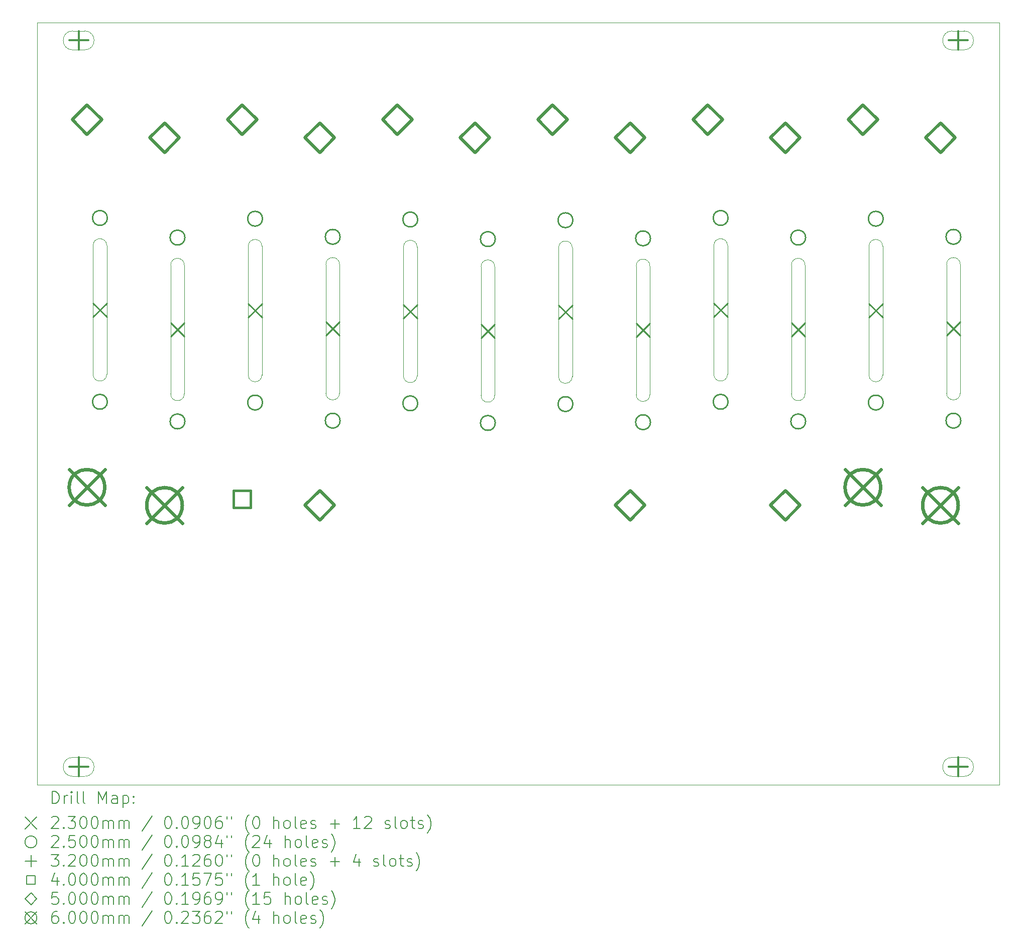
<source format=gbr>
%TF.GenerationSoftware,KiCad,Pcbnew,8.0.1*%
%TF.CreationDate,2024-04-30T18:25:38+02:00*%
%TF.ProjectId,Simple panel,53696d70-6c65-4207-9061-6e656c2e6b69,rev?*%
%TF.SameCoordinates,Original*%
%TF.FileFunction,Drillmap*%
%TF.FilePolarity,Positive*%
%FSLAX45Y45*%
G04 Gerber Fmt 4.5, Leading zero omitted, Abs format (unit mm)*
G04 Created by KiCad (PCBNEW 8.0.1) date 2024-04-30 18:25:38*
%MOMM*%
%LPD*%
G01*
G04 APERTURE LIST*
%ADD10C,0.100000*%
%ADD11C,0.200000*%
%ADD12C,0.230000*%
%ADD13C,0.250000*%
%ADD14C,0.320000*%
%ADD15C,0.400000*%
%ADD16C,0.500000*%
%ADD17C,0.600000*%
G04 APERTURE END LIST*
D10*
X4218740Y-2932360D02*
X20444740Y-2932360D01*
X20444740Y-15782360D01*
X4218740Y-15782360D01*
X4218740Y-2932360D01*
D11*
D12*
X5161840Y-7661160D02*
X5391840Y-7891160D01*
X5391840Y-7661160D02*
X5161840Y-7891160D01*
D10*
X5161840Y-6691160D02*
X5161840Y-8861160D01*
X5391840Y-8861160D02*
G75*
G02*
X5161840Y-8861160I-115000J0D01*
G01*
X5391840Y-8861160D02*
X5391840Y-6691160D01*
X5391840Y-6691160D02*
G75*
G03*
X5161840Y-6691160I-115000J0D01*
G01*
D12*
X6469940Y-7991960D02*
X6699940Y-8221960D01*
X6699940Y-7991960D02*
X6469940Y-8221960D01*
D10*
X6469940Y-7021960D02*
X6469940Y-9191960D01*
X6699940Y-9191960D02*
G75*
G02*
X6469940Y-9191960I-115000J0D01*
G01*
X6699940Y-9191960D02*
X6699940Y-7021960D01*
X6699940Y-7021960D02*
G75*
G03*
X6469940Y-7021960I-115000J0D01*
G01*
D12*
X7778040Y-7673860D02*
X8008040Y-7903860D01*
X8008040Y-7673860D02*
X7778040Y-7903860D01*
D10*
X7778040Y-6703860D02*
X7778040Y-8873860D01*
X8008040Y-8873860D02*
G75*
G02*
X7778040Y-8873860I-115000J0D01*
G01*
X8008040Y-8873860D02*
X8008040Y-6703860D01*
X8008040Y-6703860D02*
G75*
G03*
X7778040Y-6703860I-115000J0D01*
G01*
D12*
X9086140Y-7979260D02*
X9316140Y-8209260D01*
X9316140Y-7979260D02*
X9086140Y-8209260D01*
D10*
X9086140Y-7009260D02*
X9086140Y-9179260D01*
X9316140Y-9179260D02*
G75*
G02*
X9086140Y-9179260I-115000J0D01*
G01*
X9316140Y-9179260D02*
X9316140Y-7009260D01*
X9316140Y-7009260D02*
G75*
G03*
X9086140Y-7009260I-115000J0D01*
G01*
D12*
X10394240Y-7687160D02*
X10624240Y-7917160D01*
X10624240Y-7687160D02*
X10394240Y-7917160D01*
D10*
X10394240Y-6717160D02*
X10394240Y-8887160D01*
X10624240Y-8887160D02*
G75*
G02*
X10394240Y-8887160I-115000J0D01*
G01*
X10624240Y-8887160D02*
X10624240Y-6717160D01*
X10624240Y-6717160D02*
G75*
G03*
X10394240Y-6717160I-115000J0D01*
G01*
D12*
X11702340Y-8017960D02*
X11932340Y-8247960D01*
X11932340Y-8017960D02*
X11702340Y-8247960D01*
D10*
X11702340Y-7047960D02*
X11702340Y-9217960D01*
X11932340Y-9217960D02*
G75*
G02*
X11702340Y-9217960I-115000J0D01*
G01*
X11932340Y-9217960D02*
X11932340Y-7047960D01*
X11932340Y-7047960D02*
G75*
G03*
X11702340Y-7047960I-115000J0D01*
G01*
D12*
X13010440Y-7699860D02*
X13240440Y-7929860D01*
X13240440Y-7699860D02*
X13010440Y-7929860D01*
D10*
X13010440Y-6729860D02*
X13010440Y-8899860D01*
X13240440Y-8899860D02*
G75*
G02*
X13010440Y-8899860I-115000J0D01*
G01*
X13240440Y-8899860D02*
X13240440Y-6729860D01*
X13240440Y-6729860D02*
G75*
G03*
X13010440Y-6729860I-115000J0D01*
G01*
D12*
X14318540Y-8005260D02*
X14548540Y-8235260D01*
X14548540Y-8005260D02*
X14318540Y-8235260D01*
D10*
X14318540Y-7035260D02*
X14318540Y-9205260D01*
X14548540Y-9205260D02*
G75*
G02*
X14318540Y-9205260I-115000J0D01*
G01*
X14548540Y-9205260D02*
X14548540Y-7035260D01*
X14548540Y-7035260D02*
G75*
G03*
X14318540Y-7035260I-115000J0D01*
G01*
D12*
X15626640Y-7661160D02*
X15856640Y-7891160D01*
X15856640Y-7661160D02*
X15626640Y-7891160D01*
D10*
X15626640Y-6691160D02*
X15626640Y-8861160D01*
X15856640Y-8861160D02*
G75*
G02*
X15626640Y-8861160I-115000J0D01*
G01*
X15856640Y-8861160D02*
X15856640Y-6691160D01*
X15856640Y-6691160D02*
G75*
G03*
X15626640Y-6691160I-115000J0D01*
G01*
D12*
X16934740Y-7991960D02*
X17164740Y-8221960D01*
X17164740Y-7991960D02*
X16934740Y-8221960D01*
D10*
X16934740Y-7021960D02*
X16934740Y-9191960D01*
X17164740Y-9191960D02*
G75*
G02*
X16934740Y-9191960I-115000J0D01*
G01*
X17164740Y-9191960D02*
X17164740Y-7021960D01*
X17164740Y-7021960D02*
G75*
G03*
X16934740Y-7021960I-115000J0D01*
G01*
D12*
X18242840Y-7673860D02*
X18472840Y-7903860D01*
X18472840Y-7673860D02*
X18242840Y-7903860D01*
D10*
X18242840Y-6703860D02*
X18242840Y-8873860D01*
X18472840Y-8873860D02*
G75*
G02*
X18242840Y-8873860I-115000J0D01*
G01*
X18472840Y-8873860D02*
X18472840Y-6703860D01*
X18472840Y-6703860D02*
G75*
G03*
X18242840Y-6703860I-115000J0D01*
G01*
D12*
X19550940Y-7979260D02*
X19780940Y-8209260D01*
X19780940Y-7979260D02*
X19550940Y-8209260D01*
D10*
X19550940Y-7009260D02*
X19550940Y-9179260D01*
X19780940Y-9179260D02*
G75*
G02*
X19550940Y-9179260I-115000J0D01*
G01*
X19780940Y-9179260D02*
X19780940Y-7009260D01*
X19780940Y-7009260D02*
G75*
G03*
X19550940Y-7009260I-115000J0D01*
G01*
D13*
X5401840Y-6226160D02*
G75*
G02*
X5151840Y-6226160I-125000J0D01*
G01*
X5151840Y-6226160D02*
G75*
G02*
X5401840Y-6226160I125000J0D01*
G01*
X5401840Y-9326160D02*
G75*
G02*
X5151840Y-9326160I-125000J0D01*
G01*
X5151840Y-9326160D02*
G75*
G02*
X5401840Y-9326160I125000J0D01*
G01*
X6709940Y-6556960D02*
G75*
G02*
X6459940Y-6556960I-125000J0D01*
G01*
X6459940Y-6556960D02*
G75*
G02*
X6709940Y-6556960I125000J0D01*
G01*
X6709940Y-9656960D02*
G75*
G02*
X6459940Y-9656960I-125000J0D01*
G01*
X6459940Y-9656960D02*
G75*
G02*
X6709940Y-9656960I125000J0D01*
G01*
X8018040Y-6238860D02*
G75*
G02*
X7768040Y-6238860I-125000J0D01*
G01*
X7768040Y-6238860D02*
G75*
G02*
X8018040Y-6238860I125000J0D01*
G01*
X8018040Y-9338860D02*
G75*
G02*
X7768040Y-9338860I-125000J0D01*
G01*
X7768040Y-9338860D02*
G75*
G02*
X8018040Y-9338860I125000J0D01*
G01*
X9326140Y-6544260D02*
G75*
G02*
X9076140Y-6544260I-125000J0D01*
G01*
X9076140Y-6544260D02*
G75*
G02*
X9326140Y-6544260I125000J0D01*
G01*
X9326140Y-9644260D02*
G75*
G02*
X9076140Y-9644260I-125000J0D01*
G01*
X9076140Y-9644260D02*
G75*
G02*
X9326140Y-9644260I125000J0D01*
G01*
X10634240Y-6252160D02*
G75*
G02*
X10384240Y-6252160I-125000J0D01*
G01*
X10384240Y-6252160D02*
G75*
G02*
X10634240Y-6252160I125000J0D01*
G01*
X10634240Y-9352160D02*
G75*
G02*
X10384240Y-9352160I-125000J0D01*
G01*
X10384240Y-9352160D02*
G75*
G02*
X10634240Y-9352160I125000J0D01*
G01*
X11942340Y-6582960D02*
G75*
G02*
X11692340Y-6582960I-125000J0D01*
G01*
X11692340Y-6582960D02*
G75*
G02*
X11942340Y-6582960I125000J0D01*
G01*
X11942340Y-9682960D02*
G75*
G02*
X11692340Y-9682960I-125000J0D01*
G01*
X11692340Y-9682960D02*
G75*
G02*
X11942340Y-9682960I125000J0D01*
G01*
X13250440Y-6264860D02*
G75*
G02*
X13000440Y-6264860I-125000J0D01*
G01*
X13000440Y-6264860D02*
G75*
G02*
X13250440Y-6264860I125000J0D01*
G01*
X13250440Y-9364860D02*
G75*
G02*
X13000440Y-9364860I-125000J0D01*
G01*
X13000440Y-9364860D02*
G75*
G02*
X13250440Y-9364860I125000J0D01*
G01*
X14558540Y-6570260D02*
G75*
G02*
X14308540Y-6570260I-125000J0D01*
G01*
X14308540Y-6570260D02*
G75*
G02*
X14558540Y-6570260I125000J0D01*
G01*
X14558540Y-9670260D02*
G75*
G02*
X14308540Y-9670260I-125000J0D01*
G01*
X14308540Y-9670260D02*
G75*
G02*
X14558540Y-9670260I125000J0D01*
G01*
X15866640Y-6226160D02*
G75*
G02*
X15616640Y-6226160I-125000J0D01*
G01*
X15616640Y-6226160D02*
G75*
G02*
X15866640Y-6226160I125000J0D01*
G01*
X15866640Y-9326160D02*
G75*
G02*
X15616640Y-9326160I-125000J0D01*
G01*
X15616640Y-9326160D02*
G75*
G02*
X15866640Y-9326160I125000J0D01*
G01*
X17174740Y-6556960D02*
G75*
G02*
X16924740Y-6556960I-125000J0D01*
G01*
X16924740Y-6556960D02*
G75*
G02*
X17174740Y-6556960I125000J0D01*
G01*
X17174740Y-9656960D02*
G75*
G02*
X16924740Y-9656960I-125000J0D01*
G01*
X16924740Y-9656960D02*
G75*
G02*
X17174740Y-9656960I125000J0D01*
G01*
X18482840Y-6238860D02*
G75*
G02*
X18232840Y-6238860I-125000J0D01*
G01*
X18232840Y-6238860D02*
G75*
G02*
X18482840Y-6238860I125000J0D01*
G01*
X18482840Y-9338860D02*
G75*
G02*
X18232840Y-9338860I-125000J0D01*
G01*
X18232840Y-9338860D02*
G75*
G02*
X18482840Y-9338860I125000J0D01*
G01*
X19790940Y-6544260D02*
G75*
G02*
X19540940Y-6544260I-125000J0D01*
G01*
X19540940Y-6544260D02*
G75*
G02*
X19790940Y-6544260I125000J0D01*
G01*
X19790940Y-9644260D02*
G75*
G02*
X19540940Y-9644260I-125000J0D01*
G01*
X19540940Y-9644260D02*
G75*
G02*
X19790940Y-9644260I125000J0D01*
G01*
D14*
X4918740Y-3072360D02*
X4918740Y-3392360D01*
X4758740Y-3232360D02*
X5078740Y-3232360D01*
D10*
X4818740Y-3392360D02*
X5018740Y-3392360D01*
X5018740Y-3072360D02*
G75*
G02*
X5018740Y-3392360I0J-160000D01*
G01*
X5018740Y-3072360D02*
X4818740Y-3072360D01*
X4818740Y-3072360D02*
G75*
G03*
X4818740Y-3392360I0J-160000D01*
G01*
D14*
X4918740Y-15322360D02*
X4918740Y-15642360D01*
X4758740Y-15482360D02*
X5078740Y-15482360D01*
D10*
X4818740Y-15642360D02*
X5018740Y-15642360D01*
X5018740Y-15322360D02*
G75*
G02*
X5018740Y-15642360I0J-160000D01*
G01*
X5018740Y-15322360D02*
X4818740Y-15322360D01*
X4818740Y-15322360D02*
G75*
G03*
X4818740Y-15642360I0J-160000D01*
G01*
D14*
X19744740Y-3072360D02*
X19744740Y-3392360D01*
X19584740Y-3232360D02*
X19904740Y-3232360D01*
D10*
X19644740Y-3392360D02*
X19844740Y-3392360D01*
X19844740Y-3072360D02*
G75*
G02*
X19844740Y-3392360I0J-160000D01*
G01*
X19844740Y-3072360D02*
X19644740Y-3072360D01*
X19644740Y-3072360D02*
G75*
G03*
X19644740Y-3392360I0J-160000D01*
G01*
D14*
X19744740Y-15322360D02*
X19744740Y-15642360D01*
X19584740Y-15482360D02*
X19904740Y-15482360D01*
D10*
X19644740Y-15642360D02*
X19844740Y-15642360D01*
X19844740Y-15322360D02*
G75*
G02*
X19844740Y-15642360I0J-160000D01*
G01*
X19844740Y-15322360D02*
X19644740Y-15322360D01*
X19644740Y-15322360D02*
G75*
G03*
X19644740Y-15642360I0J-160000D01*
G01*
D15*
X7816023Y-11108623D02*
X7816023Y-10825777D01*
X7533177Y-10825777D01*
X7533177Y-11108623D01*
X7816023Y-11108623D01*
D16*
X5058400Y-4819600D02*
X5308400Y-4569600D01*
X5058400Y-4319600D01*
X4808400Y-4569600D01*
X5058400Y-4819600D01*
X6366500Y-5124400D02*
X6616500Y-4874400D01*
X6366500Y-4624400D01*
X6116500Y-4874400D01*
X6366500Y-5124400D01*
X7674600Y-4819600D02*
X7924600Y-4569600D01*
X7674600Y-4319600D01*
X7424600Y-4569600D01*
X7674600Y-4819600D01*
X8982700Y-5124400D02*
X9232700Y-4874400D01*
X8982700Y-4624400D01*
X8732700Y-4874400D01*
X8982700Y-5124400D01*
X8982700Y-11322000D02*
X9232700Y-11072000D01*
X8982700Y-10822000D01*
X8732700Y-11072000D01*
X8982700Y-11322000D01*
X10290800Y-4819600D02*
X10540800Y-4569600D01*
X10290800Y-4319600D01*
X10040800Y-4569600D01*
X10290800Y-4819600D01*
X11598900Y-5124400D02*
X11848900Y-4874400D01*
X11598900Y-4624400D01*
X11348900Y-4874400D01*
X11598900Y-5124400D01*
X12907000Y-4819600D02*
X13157000Y-4569600D01*
X12907000Y-4319600D01*
X12657000Y-4569600D01*
X12907000Y-4819600D01*
X14215100Y-5124400D02*
X14465100Y-4874400D01*
X14215100Y-4624400D01*
X13965100Y-4874400D01*
X14215100Y-5124400D01*
X14215100Y-11322000D02*
X14465100Y-11072000D01*
X14215100Y-10822000D01*
X13965100Y-11072000D01*
X14215100Y-11322000D01*
X15523200Y-4819600D02*
X15773200Y-4569600D01*
X15523200Y-4319600D01*
X15273200Y-4569600D01*
X15523200Y-4819600D01*
X16831300Y-5124400D02*
X17081300Y-4874400D01*
X16831300Y-4624400D01*
X16581300Y-4874400D01*
X16831300Y-5124400D01*
X16831300Y-11322000D02*
X17081300Y-11072000D01*
X16831300Y-10822000D01*
X16581300Y-11072000D01*
X16831300Y-11322000D01*
X18139400Y-4819600D02*
X18389400Y-4569600D01*
X18139400Y-4319600D01*
X17889400Y-4569600D01*
X18139400Y-4819600D01*
X19447500Y-5124400D02*
X19697500Y-4874400D01*
X19447500Y-4624400D01*
X19197500Y-4874400D01*
X19447500Y-5124400D01*
D17*
X4758400Y-10467200D02*
X5358400Y-11067200D01*
X5358400Y-10467200D02*
X4758400Y-11067200D01*
X5358400Y-10767200D02*
G75*
G02*
X4758400Y-10767200I-300000J0D01*
G01*
X4758400Y-10767200D02*
G75*
G02*
X5358400Y-10767200I300000J0D01*
G01*
X6066500Y-10772000D02*
X6666500Y-11372000D01*
X6666500Y-10772000D02*
X6066500Y-11372000D01*
X6666500Y-11072000D02*
G75*
G02*
X6066500Y-11072000I-300000J0D01*
G01*
X6066500Y-11072000D02*
G75*
G02*
X6666500Y-11072000I300000J0D01*
G01*
X17839400Y-10467200D02*
X18439400Y-11067200D01*
X18439400Y-10467200D02*
X17839400Y-11067200D01*
X18439400Y-10767200D02*
G75*
G02*
X17839400Y-10767200I-300000J0D01*
G01*
X17839400Y-10767200D02*
G75*
G02*
X18439400Y-10767200I300000J0D01*
G01*
X19147500Y-10772000D02*
X19747500Y-11372000D01*
X19747500Y-10772000D02*
X19147500Y-11372000D01*
X19747500Y-11072000D02*
G75*
G02*
X19147500Y-11072000I-300000J0D01*
G01*
X19147500Y-11072000D02*
G75*
G02*
X19747500Y-11072000I300000J0D01*
G01*
D11*
X4474517Y-16098844D02*
X4474517Y-15898844D01*
X4474517Y-15898844D02*
X4522136Y-15898844D01*
X4522136Y-15898844D02*
X4550707Y-15908368D01*
X4550707Y-15908368D02*
X4569755Y-15927415D01*
X4569755Y-15927415D02*
X4579279Y-15946463D01*
X4579279Y-15946463D02*
X4588802Y-15984558D01*
X4588802Y-15984558D02*
X4588802Y-16013129D01*
X4588802Y-16013129D02*
X4579279Y-16051225D01*
X4579279Y-16051225D02*
X4569755Y-16070272D01*
X4569755Y-16070272D02*
X4550707Y-16089320D01*
X4550707Y-16089320D02*
X4522136Y-16098844D01*
X4522136Y-16098844D02*
X4474517Y-16098844D01*
X4674517Y-16098844D02*
X4674517Y-15965510D01*
X4674517Y-16003606D02*
X4684041Y-15984558D01*
X4684041Y-15984558D02*
X4693564Y-15975034D01*
X4693564Y-15975034D02*
X4712612Y-15965510D01*
X4712612Y-15965510D02*
X4731660Y-15965510D01*
X4798326Y-16098844D02*
X4798326Y-15965510D01*
X4798326Y-15898844D02*
X4788802Y-15908368D01*
X4788802Y-15908368D02*
X4798326Y-15917891D01*
X4798326Y-15917891D02*
X4807850Y-15908368D01*
X4807850Y-15908368D02*
X4798326Y-15898844D01*
X4798326Y-15898844D02*
X4798326Y-15917891D01*
X4922136Y-16098844D02*
X4903088Y-16089320D01*
X4903088Y-16089320D02*
X4893564Y-16070272D01*
X4893564Y-16070272D02*
X4893564Y-15898844D01*
X5026898Y-16098844D02*
X5007850Y-16089320D01*
X5007850Y-16089320D02*
X4998326Y-16070272D01*
X4998326Y-16070272D02*
X4998326Y-15898844D01*
X5255469Y-16098844D02*
X5255469Y-15898844D01*
X5255469Y-15898844D02*
X5322136Y-16041701D01*
X5322136Y-16041701D02*
X5388802Y-15898844D01*
X5388802Y-15898844D02*
X5388802Y-16098844D01*
X5569755Y-16098844D02*
X5569755Y-15994082D01*
X5569755Y-15994082D02*
X5560231Y-15975034D01*
X5560231Y-15975034D02*
X5541183Y-15965510D01*
X5541183Y-15965510D02*
X5503088Y-15965510D01*
X5503088Y-15965510D02*
X5484041Y-15975034D01*
X5569755Y-16089320D02*
X5550707Y-16098844D01*
X5550707Y-16098844D02*
X5503088Y-16098844D01*
X5503088Y-16098844D02*
X5484041Y-16089320D01*
X5484041Y-16089320D02*
X5474517Y-16070272D01*
X5474517Y-16070272D02*
X5474517Y-16051225D01*
X5474517Y-16051225D02*
X5484041Y-16032177D01*
X5484041Y-16032177D02*
X5503088Y-16022653D01*
X5503088Y-16022653D02*
X5550707Y-16022653D01*
X5550707Y-16022653D02*
X5569755Y-16013129D01*
X5664993Y-15965510D02*
X5664993Y-16165510D01*
X5664993Y-15975034D02*
X5684040Y-15965510D01*
X5684040Y-15965510D02*
X5722136Y-15965510D01*
X5722136Y-15965510D02*
X5741183Y-15975034D01*
X5741183Y-15975034D02*
X5750707Y-15984558D01*
X5750707Y-15984558D02*
X5760231Y-16003606D01*
X5760231Y-16003606D02*
X5760231Y-16060748D01*
X5760231Y-16060748D02*
X5750707Y-16079796D01*
X5750707Y-16079796D02*
X5741183Y-16089320D01*
X5741183Y-16089320D02*
X5722136Y-16098844D01*
X5722136Y-16098844D02*
X5684040Y-16098844D01*
X5684040Y-16098844D02*
X5664993Y-16089320D01*
X5845945Y-16079796D02*
X5855469Y-16089320D01*
X5855469Y-16089320D02*
X5845945Y-16098844D01*
X5845945Y-16098844D02*
X5836421Y-16089320D01*
X5836421Y-16089320D02*
X5845945Y-16079796D01*
X5845945Y-16079796D02*
X5845945Y-16098844D01*
X5845945Y-15975034D02*
X5855469Y-15984558D01*
X5855469Y-15984558D02*
X5845945Y-15994082D01*
X5845945Y-15994082D02*
X5836421Y-15984558D01*
X5836421Y-15984558D02*
X5845945Y-15975034D01*
X5845945Y-15975034D02*
X5845945Y-15994082D01*
X4013740Y-16327360D02*
X4213740Y-16527360D01*
X4213740Y-16327360D02*
X4013740Y-16527360D01*
X4464993Y-16337891D02*
X4474517Y-16328368D01*
X4474517Y-16328368D02*
X4493564Y-16318844D01*
X4493564Y-16318844D02*
X4541183Y-16318844D01*
X4541183Y-16318844D02*
X4560231Y-16328368D01*
X4560231Y-16328368D02*
X4569755Y-16337891D01*
X4569755Y-16337891D02*
X4579279Y-16356939D01*
X4579279Y-16356939D02*
X4579279Y-16375987D01*
X4579279Y-16375987D02*
X4569755Y-16404558D01*
X4569755Y-16404558D02*
X4455469Y-16518844D01*
X4455469Y-16518844D02*
X4579279Y-16518844D01*
X4664993Y-16499796D02*
X4674517Y-16509320D01*
X4674517Y-16509320D02*
X4664993Y-16518844D01*
X4664993Y-16518844D02*
X4655469Y-16509320D01*
X4655469Y-16509320D02*
X4664993Y-16499796D01*
X4664993Y-16499796D02*
X4664993Y-16518844D01*
X4741183Y-16318844D02*
X4864993Y-16318844D01*
X4864993Y-16318844D02*
X4798326Y-16395034D01*
X4798326Y-16395034D02*
X4826898Y-16395034D01*
X4826898Y-16395034D02*
X4845945Y-16404558D01*
X4845945Y-16404558D02*
X4855469Y-16414082D01*
X4855469Y-16414082D02*
X4864993Y-16433129D01*
X4864993Y-16433129D02*
X4864993Y-16480748D01*
X4864993Y-16480748D02*
X4855469Y-16499796D01*
X4855469Y-16499796D02*
X4845945Y-16509320D01*
X4845945Y-16509320D02*
X4826898Y-16518844D01*
X4826898Y-16518844D02*
X4769755Y-16518844D01*
X4769755Y-16518844D02*
X4750707Y-16509320D01*
X4750707Y-16509320D02*
X4741183Y-16499796D01*
X4988802Y-16318844D02*
X5007850Y-16318844D01*
X5007850Y-16318844D02*
X5026898Y-16328368D01*
X5026898Y-16328368D02*
X5036422Y-16337891D01*
X5036422Y-16337891D02*
X5045945Y-16356939D01*
X5045945Y-16356939D02*
X5055469Y-16395034D01*
X5055469Y-16395034D02*
X5055469Y-16442653D01*
X5055469Y-16442653D02*
X5045945Y-16480748D01*
X5045945Y-16480748D02*
X5036422Y-16499796D01*
X5036422Y-16499796D02*
X5026898Y-16509320D01*
X5026898Y-16509320D02*
X5007850Y-16518844D01*
X5007850Y-16518844D02*
X4988802Y-16518844D01*
X4988802Y-16518844D02*
X4969755Y-16509320D01*
X4969755Y-16509320D02*
X4960231Y-16499796D01*
X4960231Y-16499796D02*
X4950707Y-16480748D01*
X4950707Y-16480748D02*
X4941183Y-16442653D01*
X4941183Y-16442653D02*
X4941183Y-16395034D01*
X4941183Y-16395034D02*
X4950707Y-16356939D01*
X4950707Y-16356939D02*
X4960231Y-16337891D01*
X4960231Y-16337891D02*
X4969755Y-16328368D01*
X4969755Y-16328368D02*
X4988802Y-16318844D01*
X5179279Y-16318844D02*
X5198326Y-16318844D01*
X5198326Y-16318844D02*
X5217374Y-16328368D01*
X5217374Y-16328368D02*
X5226898Y-16337891D01*
X5226898Y-16337891D02*
X5236422Y-16356939D01*
X5236422Y-16356939D02*
X5245945Y-16395034D01*
X5245945Y-16395034D02*
X5245945Y-16442653D01*
X5245945Y-16442653D02*
X5236422Y-16480748D01*
X5236422Y-16480748D02*
X5226898Y-16499796D01*
X5226898Y-16499796D02*
X5217374Y-16509320D01*
X5217374Y-16509320D02*
X5198326Y-16518844D01*
X5198326Y-16518844D02*
X5179279Y-16518844D01*
X5179279Y-16518844D02*
X5160231Y-16509320D01*
X5160231Y-16509320D02*
X5150707Y-16499796D01*
X5150707Y-16499796D02*
X5141183Y-16480748D01*
X5141183Y-16480748D02*
X5131660Y-16442653D01*
X5131660Y-16442653D02*
X5131660Y-16395034D01*
X5131660Y-16395034D02*
X5141183Y-16356939D01*
X5141183Y-16356939D02*
X5150707Y-16337891D01*
X5150707Y-16337891D02*
X5160231Y-16328368D01*
X5160231Y-16328368D02*
X5179279Y-16318844D01*
X5331660Y-16518844D02*
X5331660Y-16385510D01*
X5331660Y-16404558D02*
X5341183Y-16395034D01*
X5341183Y-16395034D02*
X5360231Y-16385510D01*
X5360231Y-16385510D02*
X5388803Y-16385510D01*
X5388803Y-16385510D02*
X5407850Y-16395034D01*
X5407850Y-16395034D02*
X5417374Y-16414082D01*
X5417374Y-16414082D02*
X5417374Y-16518844D01*
X5417374Y-16414082D02*
X5426898Y-16395034D01*
X5426898Y-16395034D02*
X5445945Y-16385510D01*
X5445945Y-16385510D02*
X5474517Y-16385510D01*
X5474517Y-16385510D02*
X5493564Y-16395034D01*
X5493564Y-16395034D02*
X5503088Y-16414082D01*
X5503088Y-16414082D02*
X5503088Y-16518844D01*
X5598326Y-16518844D02*
X5598326Y-16385510D01*
X5598326Y-16404558D02*
X5607850Y-16395034D01*
X5607850Y-16395034D02*
X5626898Y-16385510D01*
X5626898Y-16385510D02*
X5655469Y-16385510D01*
X5655469Y-16385510D02*
X5674517Y-16395034D01*
X5674517Y-16395034D02*
X5684041Y-16414082D01*
X5684041Y-16414082D02*
X5684041Y-16518844D01*
X5684041Y-16414082D02*
X5693564Y-16395034D01*
X5693564Y-16395034D02*
X5712612Y-16385510D01*
X5712612Y-16385510D02*
X5741183Y-16385510D01*
X5741183Y-16385510D02*
X5760231Y-16395034D01*
X5760231Y-16395034D02*
X5769755Y-16414082D01*
X5769755Y-16414082D02*
X5769755Y-16518844D01*
X6160231Y-16309320D02*
X5988803Y-16566463D01*
X6417374Y-16318844D02*
X6436422Y-16318844D01*
X6436422Y-16318844D02*
X6455469Y-16328368D01*
X6455469Y-16328368D02*
X6464993Y-16337891D01*
X6464993Y-16337891D02*
X6474517Y-16356939D01*
X6474517Y-16356939D02*
X6484041Y-16395034D01*
X6484041Y-16395034D02*
X6484041Y-16442653D01*
X6484041Y-16442653D02*
X6474517Y-16480748D01*
X6474517Y-16480748D02*
X6464993Y-16499796D01*
X6464993Y-16499796D02*
X6455469Y-16509320D01*
X6455469Y-16509320D02*
X6436422Y-16518844D01*
X6436422Y-16518844D02*
X6417374Y-16518844D01*
X6417374Y-16518844D02*
X6398326Y-16509320D01*
X6398326Y-16509320D02*
X6388803Y-16499796D01*
X6388803Y-16499796D02*
X6379279Y-16480748D01*
X6379279Y-16480748D02*
X6369755Y-16442653D01*
X6369755Y-16442653D02*
X6369755Y-16395034D01*
X6369755Y-16395034D02*
X6379279Y-16356939D01*
X6379279Y-16356939D02*
X6388803Y-16337891D01*
X6388803Y-16337891D02*
X6398326Y-16328368D01*
X6398326Y-16328368D02*
X6417374Y-16318844D01*
X6569755Y-16499796D02*
X6579279Y-16509320D01*
X6579279Y-16509320D02*
X6569755Y-16518844D01*
X6569755Y-16518844D02*
X6560231Y-16509320D01*
X6560231Y-16509320D02*
X6569755Y-16499796D01*
X6569755Y-16499796D02*
X6569755Y-16518844D01*
X6703088Y-16318844D02*
X6722136Y-16318844D01*
X6722136Y-16318844D02*
X6741184Y-16328368D01*
X6741184Y-16328368D02*
X6750707Y-16337891D01*
X6750707Y-16337891D02*
X6760231Y-16356939D01*
X6760231Y-16356939D02*
X6769755Y-16395034D01*
X6769755Y-16395034D02*
X6769755Y-16442653D01*
X6769755Y-16442653D02*
X6760231Y-16480748D01*
X6760231Y-16480748D02*
X6750707Y-16499796D01*
X6750707Y-16499796D02*
X6741184Y-16509320D01*
X6741184Y-16509320D02*
X6722136Y-16518844D01*
X6722136Y-16518844D02*
X6703088Y-16518844D01*
X6703088Y-16518844D02*
X6684041Y-16509320D01*
X6684041Y-16509320D02*
X6674517Y-16499796D01*
X6674517Y-16499796D02*
X6664993Y-16480748D01*
X6664993Y-16480748D02*
X6655469Y-16442653D01*
X6655469Y-16442653D02*
X6655469Y-16395034D01*
X6655469Y-16395034D02*
X6664993Y-16356939D01*
X6664993Y-16356939D02*
X6674517Y-16337891D01*
X6674517Y-16337891D02*
X6684041Y-16328368D01*
X6684041Y-16328368D02*
X6703088Y-16318844D01*
X6864993Y-16518844D02*
X6903088Y-16518844D01*
X6903088Y-16518844D02*
X6922136Y-16509320D01*
X6922136Y-16509320D02*
X6931660Y-16499796D01*
X6931660Y-16499796D02*
X6950707Y-16471225D01*
X6950707Y-16471225D02*
X6960231Y-16433129D01*
X6960231Y-16433129D02*
X6960231Y-16356939D01*
X6960231Y-16356939D02*
X6950707Y-16337891D01*
X6950707Y-16337891D02*
X6941184Y-16328368D01*
X6941184Y-16328368D02*
X6922136Y-16318844D01*
X6922136Y-16318844D02*
X6884041Y-16318844D01*
X6884041Y-16318844D02*
X6864993Y-16328368D01*
X6864993Y-16328368D02*
X6855469Y-16337891D01*
X6855469Y-16337891D02*
X6845945Y-16356939D01*
X6845945Y-16356939D02*
X6845945Y-16404558D01*
X6845945Y-16404558D02*
X6855469Y-16423606D01*
X6855469Y-16423606D02*
X6864993Y-16433129D01*
X6864993Y-16433129D02*
X6884041Y-16442653D01*
X6884041Y-16442653D02*
X6922136Y-16442653D01*
X6922136Y-16442653D02*
X6941184Y-16433129D01*
X6941184Y-16433129D02*
X6950707Y-16423606D01*
X6950707Y-16423606D02*
X6960231Y-16404558D01*
X7084041Y-16318844D02*
X7103088Y-16318844D01*
X7103088Y-16318844D02*
X7122136Y-16328368D01*
X7122136Y-16328368D02*
X7131660Y-16337891D01*
X7131660Y-16337891D02*
X7141184Y-16356939D01*
X7141184Y-16356939D02*
X7150707Y-16395034D01*
X7150707Y-16395034D02*
X7150707Y-16442653D01*
X7150707Y-16442653D02*
X7141184Y-16480748D01*
X7141184Y-16480748D02*
X7131660Y-16499796D01*
X7131660Y-16499796D02*
X7122136Y-16509320D01*
X7122136Y-16509320D02*
X7103088Y-16518844D01*
X7103088Y-16518844D02*
X7084041Y-16518844D01*
X7084041Y-16518844D02*
X7064993Y-16509320D01*
X7064993Y-16509320D02*
X7055469Y-16499796D01*
X7055469Y-16499796D02*
X7045945Y-16480748D01*
X7045945Y-16480748D02*
X7036422Y-16442653D01*
X7036422Y-16442653D02*
X7036422Y-16395034D01*
X7036422Y-16395034D02*
X7045945Y-16356939D01*
X7045945Y-16356939D02*
X7055469Y-16337891D01*
X7055469Y-16337891D02*
X7064993Y-16328368D01*
X7064993Y-16328368D02*
X7084041Y-16318844D01*
X7322136Y-16318844D02*
X7284041Y-16318844D01*
X7284041Y-16318844D02*
X7264993Y-16328368D01*
X7264993Y-16328368D02*
X7255469Y-16337891D01*
X7255469Y-16337891D02*
X7236422Y-16366463D01*
X7236422Y-16366463D02*
X7226898Y-16404558D01*
X7226898Y-16404558D02*
X7226898Y-16480748D01*
X7226898Y-16480748D02*
X7236422Y-16499796D01*
X7236422Y-16499796D02*
X7245945Y-16509320D01*
X7245945Y-16509320D02*
X7264993Y-16518844D01*
X7264993Y-16518844D02*
X7303088Y-16518844D01*
X7303088Y-16518844D02*
X7322136Y-16509320D01*
X7322136Y-16509320D02*
X7331660Y-16499796D01*
X7331660Y-16499796D02*
X7341184Y-16480748D01*
X7341184Y-16480748D02*
X7341184Y-16433129D01*
X7341184Y-16433129D02*
X7331660Y-16414082D01*
X7331660Y-16414082D02*
X7322136Y-16404558D01*
X7322136Y-16404558D02*
X7303088Y-16395034D01*
X7303088Y-16395034D02*
X7264993Y-16395034D01*
X7264993Y-16395034D02*
X7245945Y-16404558D01*
X7245945Y-16404558D02*
X7236422Y-16414082D01*
X7236422Y-16414082D02*
X7226898Y-16433129D01*
X7417374Y-16318844D02*
X7417374Y-16356939D01*
X7493565Y-16318844D02*
X7493565Y-16356939D01*
X7788803Y-16595034D02*
X7779279Y-16585510D01*
X7779279Y-16585510D02*
X7760231Y-16556939D01*
X7760231Y-16556939D02*
X7750707Y-16537891D01*
X7750707Y-16537891D02*
X7741184Y-16509320D01*
X7741184Y-16509320D02*
X7731660Y-16461701D01*
X7731660Y-16461701D02*
X7731660Y-16423606D01*
X7731660Y-16423606D02*
X7741184Y-16375987D01*
X7741184Y-16375987D02*
X7750707Y-16347415D01*
X7750707Y-16347415D02*
X7760231Y-16328368D01*
X7760231Y-16328368D02*
X7779279Y-16299796D01*
X7779279Y-16299796D02*
X7788803Y-16290272D01*
X7903088Y-16318844D02*
X7922136Y-16318844D01*
X7922136Y-16318844D02*
X7941184Y-16328368D01*
X7941184Y-16328368D02*
X7950707Y-16337891D01*
X7950707Y-16337891D02*
X7960231Y-16356939D01*
X7960231Y-16356939D02*
X7969755Y-16395034D01*
X7969755Y-16395034D02*
X7969755Y-16442653D01*
X7969755Y-16442653D02*
X7960231Y-16480748D01*
X7960231Y-16480748D02*
X7950707Y-16499796D01*
X7950707Y-16499796D02*
X7941184Y-16509320D01*
X7941184Y-16509320D02*
X7922136Y-16518844D01*
X7922136Y-16518844D02*
X7903088Y-16518844D01*
X7903088Y-16518844D02*
X7884041Y-16509320D01*
X7884041Y-16509320D02*
X7874517Y-16499796D01*
X7874517Y-16499796D02*
X7864993Y-16480748D01*
X7864993Y-16480748D02*
X7855469Y-16442653D01*
X7855469Y-16442653D02*
X7855469Y-16395034D01*
X7855469Y-16395034D02*
X7864993Y-16356939D01*
X7864993Y-16356939D02*
X7874517Y-16337891D01*
X7874517Y-16337891D02*
X7884041Y-16328368D01*
X7884041Y-16328368D02*
X7903088Y-16318844D01*
X8207850Y-16518844D02*
X8207850Y-16318844D01*
X8293565Y-16518844D02*
X8293565Y-16414082D01*
X8293565Y-16414082D02*
X8284041Y-16395034D01*
X8284041Y-16395034D02*
X8264993Y-16385510D01*
X8264993Y-16385510D02*
X8236422Y-16385510D01*
X8236422Y-16385510D02*
X8217374Y-16395034D01*
X8217374Y-16395034D02*
X8207850Y-16404558D01*
X8417374Y-16518844D02*
X8398327Y-16509320D01*
X8398327Y-16509320D02*
X8388803Y-16499796D01*
X8388803Y-16499796D02*
X8379279Y-16480748D01*
X8379279Y-16480748D02*
X8379279Y-16423606D01*
X8379279Y-16423606D02*
X8388803Y-16404558D01*
X8388803Y-16404558D02*
X8398327Y-16395034D01*
X8398327Y-16395034D02*
X8417374Y-16385510D01*
X8417374Y-16385510D02*
X8445946Y-16385510D01*
X8445946Y-16385510D02*
X8464993Y-16395034D01*
X8464993Y-16395034D02*
X8474517Y-16404558D01*
X8474517Y-16404558D02*
X8484041Y-16423606D01*
X8484041Y-16423606D02*
X8484041Y-16480748D01*
X8484041Y-16480748D02*
X8474517Y-16499796D01*
X8474517Y-16499796D02*
X8464993Y-16509320D01*
X8464993Y-16509320D02*
X8445946Y-16518844D01*
X8445946Y-16518844D02*
X8417374Y-16518844D01*
X8598327Y-16518844D02*
X8579279Y-16509320D01*
X8579279Y-16509320D02*
X8569755Y-16490272D01*
X8569755Y-16490272D02*
X8569755Y-16318844D01*
X8750708Y-16509320D02*
X8731660Y-16518844D01*
X8731660Y-16518844D02*
X8693565Y-16518844D01*
X8693565Y-16518844D02*
X8674517Y-16509320D01*
X8674517Y-16509320D02*
X8664993Y-16490272D01*
X8664993Y-16490272D02*
X8664993Y-16414082D01*
X8664993Y-16414082D02*
X8674517Y-16395034D01*
X8674517Y-16395034D02*
X8693565Y-16385510D01*
X8693565Y-16385510D02*
X8731660Y-16385510D01*
X8731660Y-16385510D02*
X8750708Y-16395034D01*
X8750708Y-16395034D02*
X8760231Y-16414082D01*
X8760231Y-16414082D02*
X8760231Y-16433129D01*
X8760231Y-16433129D02*
X8664993Y-16452177D01*
X8836422Y-16509320D02*
X8855470Y-16518844D01*
X8855470Y-16518844D02*
X8893565Y-16518844D01*
X8893565Y-16518844D02*
X8912612Y-16509320D01*
X8912612Y-16509320D02*
X8922136Y-16490272D01*
X8922136Y-16490272D02*
X8922136Y-16480748D01*
X8922136Y-16480748D02*
X8912612Y-16461701D01*
X8912612Y-16461701D02*
X8893565Y-16452177D01*
X8893565Y-16452177D02*
X8864993Y-16452177D01*
X8864993Y-16452177D02*
X8845946Y-16442653D01*
X8845946Y-16442653D02*
X8836422Y-16423606D01*
X8836422Y-16423606D02*
X8836422Y-16414082D01*
X8836422Y-16414082D02*
X8845946Y-16395034D01*
X8845946Y-16395034D02*
X8864993Y-16385510D01*
X8864993Y-16385510D02*
X8893565Y-16385510D01*
X8893565Y-16385510D02*
X8912612Y-16395034D01*
X9160232Y-16442653D02*
X9312613Y-16442653D01*
X9236422Y-16518844D02*
X9236422Y-16366463D01*
X9664993Y-16518844D02*
X9550708Y-16518844D01*
X9607851Y-16518844D02*
X9607851Y-16318844D01*
X9607851Y-16318844D02*
X9588803Y-16347415D01*
X9588803Y-16347415D02*
X9569755Y-16366463D01*
X9569755Y-16366463D02*
X9550708Y-16375987D01*
X9741184Y-16337891D02*
X9750708Y-16328368D01*
X9750708Y-16328368D02*
X9769755Y-16318844D01*
X9769755Y-16318844D02*
X9817374Y-16318844D01*
X9817374Y-16318844D02*
X9836422Y-16328368D01*
X9836422Y-16328368D02*
X9845946Y-16337891D01*
X9845946Y-16337891D02*
X9855470Y-16356939D01*
X9855470Y-16356939D02*
X9855470Y-16375987D01*
X9855470Y-16375987D02*
X9845946Y-16404558D01*
X9845946Y-16404558D02*
X9731660Y-16518844D01*
X9731660Y-16518844D02*
X9855470Y-16518844D01*
X10084041Y-16509320D02*
X10103089Y-16518844D01*
X10103089Y-16518844D02*
X10141184Y-16518844D01*
X10141184Y-16518844D02*
X10160232Y-16509320D01*
X10160232Y-16509320D02*
X10169755Y-16490272D01*
X10169755Y-16490272D02*
X10169755Y-16480748D01*
X10169755Y-16480748D02*
X10160232Y-16461701D01*
X10160232Y-16461701D02*
X10141184Y-16452177D01*
X10141184Y-16452177D02*
X10112613Y-16452177D01*
X10112613Y-16452177D02*
X10093565Y-16442653D01*
X10093565Y-16442653D02*
X10084041Y-16423606D01*
X10084041Y-16423606D02*
X10084041Y-16414082D01*
X10084041Y-16414082D02*
X10093565Y-16395034D01*
X10093565Y-16395034D02*
X10112613Y-16385510D01*
X10112613Y-16385510D02*
X10141184Y-16385510D01*
X10141184Y-16385510D02*
X10160232Y-16395034D01*
X10284041Y-16518844D02*
X10264994Y-16509320D01*
X10264994Y-16509320D02*
X10255470Y-16490272D01*
X10255470Y-16490272D02*
X10255470Y-16318844D01*
X10388803Y-16518844D02*
X10369755Y-16509320D01*
X10369755Y-16509320D02*
X10360232Y-16499796D01*
X10360232Y-16499796D02*
X10350708Y-16480748D01*
X10350708Y-16480748D02*
X10350708Y-16423606D01*
X10350708Y-16423606D02*
X10360232Y-16404558D01*
X10360232Y-16404558D02*
X10369755Y-16395034D01*
X10369755Y-16395034D02*
X10388803Y-16385510D01*
X10388803Y-16385510D02*
X10417375Y-16385510D01*
X10417375Y-16385510D02*
X10436422Y-16395034D01*
X10436422Y-16395034D02*
X10445946Y-16404558D01*
X10445946Y-16404558D02*
X10455470Y-16423606D01*
X10455470Y-16423606D02*
X10455470Y-16480748D01*
X10455470Y-16480748D02*
X10445946Y-16499796D01*
X10445946Y-16499796D02*
X10436422Y-16509320D01*
X10436422Y-16509320D02*
X10417375Y-16518844D01*
X10417375Y-16518844D02*
X10388803Y-16518844D01*
X10512613Y-16385510D02*
X10588803Y-16385510D01*
X10541184Y-16318844D02*
X10541184Y-16490272D01*
X10541184Y-16490272D02*
X10550708Y-16509320D01*
X10550708Y-16509320D02*
X10569755Y-16518844D01*
X10569755Y-16518844D02*
X10588803Y-16518844D01*
X10645946Y-16509320D02*
X10664994Y-16518844D01*
X10664994Y-16518844D02*
X10703089Y-16518844D01*
X10703089Y-16518844D02*
X10722136Y-16509320D01*
X10722136Y-16509320D02*
X10731660Y-16490272D01*
X10731660Y-16490272D02*
X10731660Y-16480748D01*
X10731660Y-16480748D02*
X10722136Y-16461701D01*
X10722136Y-16461701D02*
X10703089Y-16452177D01*
X10703089Y-16452177D02*
X10674517Y-16452177D01*
X10674517Y-16452177D02*
X10655470Y-16442653D01*
X10655470Y-16442653D02*
X10645946Y-16423606D01*
X10645946Y-16423606D02*
X10645946Y-16414082D01*
X10645946Y-16414082D02*
X10655470Y-16395034D01*
X10655470Y-16395034D02*
X10674517Y-16385510D01*
X10674517Y-16385510D02*
X10703089Y-16385510D01*
X10703089Y-16385510D02*
X10722136Y-16395034D01*
X10798327Y-16595034D02*
X10807851Y-16585510D01*
X10807851Y-16585510D02*
X10826898Y-16556939D01*
X10826898Y-16556939D02*
X10836422Y-16537891D01*
X10836422Y-16537891D02*
X10845946Y-16509320D01*
X10845946Y-16509320D02*
X10855470Y-16461701D01*
X10855470Y-16461701D02*
X10855470Y-16423606D01*
X10855470Y-16423606D02*
X10845946Y-16375987D01*
X10845946Y-16375987D02*
X10836422Y-16347415D01*
X10836422Y-16347415D02*
X10826898Y-16328368D01*
X10826898Y-16328368D02*
X10807851Y-16299796D01*
X10807851Y-16299796D02*
X10798327Y-16290272D01*
X4213740Y-16747360D02*
G75*
G02*
X4013740Y-16747360I-100000J0D01*
G01*
X4013740Y-16747360D02*
G75*
G02*
X4213740Y-16747360I100000J0D01*
G01*
X4464993Y-16657891D02*
X4474517Y-16648368D01*
X4474517Y-16648368D02*
X4493564Y-16638844D01*
X4493564Y-16638844D02*
X4541183Y-16638844D01*
X4541183Y-16638844D02*
X4560231Y-16648368D01*
X4560231Y-16648368D02*
X4569755Y-16657891D01*
X4569755Y-16657891D02*
X4579279Y-16676939D01*
X4579279Y-16676939D02*
X4579279Y-16695987D01*
X4579279Y-16695987D02*
X4569755Y-16724558D01*
X4569755Y-16724558D02*
X4455469Y-16838844D01*
X4455469Y-16838844D02*
X4579279Y-16838844D01*
X4664993Y-16819796D02*
X4674517Y-16829320D01*
X4674517Y-16829320D02*
X4664993Y-16838844D01*
X4664993Y-16838844D02*
X4655469Y-16829320D01*
X4655469Y-16829320D02*
X4664993Y-16819796D01*
X4664993Y-16819796D02*
X4664993Y-16838844D01*
X4855469Y-16638844D02*
X4760231Y-16638844D01*
X4760231Y-16638844D02*
X4750707Y-16734082D01*
X4750707Y-16734082D02*
X4760231Y-16724558D01*
X4760231Y-16724558D02*
X4779279Y-16715034D01*
X4779279Y-16715034D02*
X4826898Y-16715034D01*
X4826898Y-16715034D02*
X4845945Y-16724558D01*
X4845945Y-16724558D02*
X4855469Y-16734082D01*
X4855469Y-16734082D02*
X4864993Y-16753129D01*
X4864993Y-16753129D02*
X4864993Y-16800749D01*
X4864993Y-16800749D02*
X4855469Y-16819796D01*
X4855469Y-16819796D02*
X4845945Y-16829320D01*
X4845945Y-16829320D02*
X4826898Y-16838844D01*
X4826898Y-16838844D02*
X4779279Y-16838844D01*
X4779279Y-16838844D02*
X4760231Y-16829320D01*
X4760231Y-16829320D02*
X4750707Y-16819796D01*
X4988802Y-16638844D02*
X5007850Y-16638844D01*
X5007850Y-16638844D02*
X5026898Y-16648368D01*
X5026898Y-16648368D02*
X5036422Y-16657891D01*
X5036422Y-16657891D02*
X5045945Y-16676939D01*
X5045945Y-16676939D02*
X5055469Y-16715034D01*
X5055469Y-16715034D02*
X5055469Y-16762653D01*
X5055469Y-16762653D02*
X5045945Y-16800749D01*
X5045945Y-16800749D02*
X5036422Y-16819796D01*
X5036422Y-16819796D02*
X5026898Y-16829320D01*
X5026898Y-16829320D02*
X5007850Y-16838844D01*
X5007850Y-16838844D02*
X4988802Y-16838844D01*
X4988802Y-16838844D02*
X4969755Y-16829320D01*
X4969755Y-16829320D02*
X4960231Y-16819796D01*
X4960231Y-16819796D02*
X4950707Y-16800749D01*
X4950707Y-16800749D02*
X4941183Y-16762653D01*
X4941183Y-16762653D02*
X4941183Y-16715034D01*
X4941183Y-16715034D02*
X4950707Y-16676939D01*
X4950707Y-16676939D02*
X4960231Y-16657891D01*
X4960231Y-16657891D02*
X4969755Y-16648368D01*
X4969755Y-16648368D02*
X4988802Y-16638844D01*
X5179279Y-16638844D02*
X5198326Y-16638844D01*
X5198326Y-16638844D02*
X5217374Y-16648368D01*
X5217374Y-16648368D02*
X5226898Y-16657891D01*
X5226898Y-16657891D02*
X5236422Y-16676939D01*
X5236422Y-16676939D02*
X5245945Y-16715034D01*
X5245945Y-16715034D02*
X5245945Y-16762653D01*
X5245945Y-16762653D02*
X5236422Y-16800749D01*
X5236422Y-16800749D02*
X5226898Y-16819796D01*
X5226898Y-16819796D02*
X5217374Y-16829320D01*
X5217374Y-16829320D02*
X5198326Y-16838844D01*
X5198326Y-16838844D02*
X5179279Y-16838844D01*
X5179279Y-16838844D02*
X5160231Y-16829320D01*
X5160231Y-16829320D02*
X5150707Y-16819796D01*
X5150707Y-16819796D02*
X5141183Y-16800749D01*
X5141183Y-16800749D02*
X5131660Y-16762653D01*
X5131660Y-16762653D02*
X5131660Y-16715034D01*
X5131660Y-16715034D02*
X5141183Y-16676939D01*
X5141183Y-16676939D02*
X5150707Y-16657891D01*
X5150707Y-16657891D02*
X5160231Y-16648368D01*
X5160231Y-16648368D02*
X5179279Y-16638844D01*
X5331660Y-16838844D02*
X5331660Y-16705510D01*
X5331660Y-16724558D02*
X5341183Y-16715034D01*
X5341183Y-16715034D02*
X5360231Y-16705510D01*
X5360231Y-16705510D02*
X5388803Y-16705510D01*
X5388803Y-16705510D02*
X5407850Y-16715034D01*
X5407850Y-16715034D02*
X5417374Y-16734082D01*
X5417374Y-16734082D02*
X5417374Y-16838844D01*
X5417374Y-16734082D02*
X5426898Y-16715034D01*
X5426898Y-16715034D02*
X5445945Y-16705510D01*
X5445945Y-16705510D02*
X5474517Y-16705510D01*
X5474517Y-16705510D02*
X5493564Y-16715034D01*
X5493564Y-16715034D02*
X5503088Y-16734082D01*
X5503088Y-16734082D02*
X5503088Y-16838844D01*
X5598326Y-16838844D02*
X5598326Y-16705510D01*
X5598326Y-16724558D02*
X5607850Y-16715034D01*
X5607850Y-16715034D02*
X5626898Y-16705510D01*
X5626898Y-16705510D02*
X5655469Y-16705510D01*
X5655469Y-16705510D02*
X5674517Y-16715034D01*
X5674517Y-16715034D02*
X5684041Y-16734082D01*
X5684041Y-16734082D02*
X5684041Y-16838844D01*
X5684041Y-16734082D02*
X5693564Y-16715034D01*
X5693564Y-16715034D02*
X5712612Y-16705510D01*
X5712612Y-16705510D02*
X5741183Y-16705510D01*
X5741183Y-16705510D02*
X5760231Y-16715034D01*
X5760231Y-16715034D02*
X5769755Y-16734082D01*
X5769755Y-16734082D02*
X5769755Y-16838844D01*
X6160231Y-16629320D02*
X5988803Y-16886463D01*
X6417374Y-16638844D02*
X6436422Y-16638844D01*
X6436422Y-16638844D02*
X6455469Y-16648368D01*
X6455469Y-16648368D02*
X6464993Y-16657891D01*
X6464993Y-16657891D02*
X6474517Y-16676939D01*
X6474517Y-16676939D02*
X6484041Y-16715034D01*
X6484041Y-16715034D02*
X6484041Y-16762653D01*
X6484041Y-16762653D02*
X6474517Y-16800749D01*
X6474517Y-16800749D02*
X6464993Y-16819796D01*
X6464993Y-16819796D02*
X6455469Y-16829320D01*
X6455469Y-16829320D02*
X6436422Y-16838844D01*
X6436422Y-16838844D02*
X6417374Y-16838844D01*
X6417374Y-16838844D02*
X6398326Y-16829320D01*
X6398326Y-16829320D02*
X6388803Y-16819796D01*
X6388803Y-16819796D02*
X6379279Y-16800749D01*
X6379279Y-16800749D02*
X6369755Y-16762653D01*
X6369755Y-16762653D02*
X6369755Y-16715034D01*
X6369755Y-16715034D02*
X6379279Y-16676939D01*
X6379279Y-16676939D02*
X6388803Y-16657891D01*
X6388803Y-16657891D02*
X6398326Y-16648368D01*
X6398326Y-16648368D02*
X6417374Y-16638844D01*
X6569755Y-16819796D02*
X6579279Y-16829320D01*
X6579279Y-16829320D02*
X6569755Y-16838844D01*
X6569755Y-16838844D02*
X6560231Y-16829320D01*
X6560231Y-16829320D02*
X6569755Y-16819796D01*
X6569755Y-16819796D02*
X6569755Y-16838844D01*
X6703088Y-16638844D02*
X6722136Y-16638844D01*
X6722136Y-16638844D02*
X6741184Y-16648368D01*
X6741184Y-16648368D02*
X6750707Y-16657891D01*
X6750707Y-16657891D02*
X6760231Y-16676939D01*
X6760231Y-16676939D02*
X6769755Y-16715034D01*
X6769755Y-16715034D02*
X6769755Y-16762653D01*
X6769755Y-16762653D02*
X6760231Y-16800749D01*
X6760231Y-16800749D02*
X6750707Y-16819796D01*
X6750707Y-16819796D02*
X6741184Y-16829320D01*
X6741184Y-16829320D02*
X6722136Y-16838844D01*
X6722136Y-16838844D02*
X6703088Y-16838844D01*
X6703088Y-16838844D02*
X6684041Y-16829320D01*
X6684041Y-16829320D02*
X6674517Y-16819796D01*
X6674517Y-16819796D02*
X6664993Y-16800749D01*
X6664993Y-16800749D02*
X6655469Y-16762653D01*
X6655469Y-16762653D02*
X6655469Y-16715034D01*
X6655469Y-16715034D02*
X6664993Y-16676939D01*
X6664993Y-16676939D02*
X6674517Y-16657891D01*
X6674517Y-16657891D02*
X6684041Y-16648368D01*
X6684041Y-16648368D02*
X6703088Y-16638844D01*
X6864993Y-16838844D02*
X6903088Y-16838844D01*
X6903088Y-16838844D02*
X6922136Y-16829320D01*
X6922136Y-16829320D02*
X6931660Y-16819796D01*
X6931660Y-16819796D02*
X6950707Y-16791225D01*
X6950707Y-16791225D02*
X6960231Y-16753129D01*
X6960231Y-16753129D02*
X6960231Y-16676939D01*
X6960231Y-16676939D02*
X6950707Y-16657891D01*
X6950707Y-16657891D02*
X6941184Y-16648368D01*
X6941184Y-16648368D02*
X6922136Y-16638844D01*
X6922136Y-16638844D02*
X6884041Y-16638844D01*
X6884041Y-16638844D02*
X6864993Y-16648368D01*
X6864993Y-16648368D02*
X6855469Y-16657891D01*
X6855469Y-16657891D02*
X6845945Y-16676939D01*
X6845945Y-16676939D02*
X6845945Y-16724558D01*
X6845945Y-16724558D02*
X6855469Y-16743606D01*
X6855469Y-16743606D02*
X6864993Y-16753129D01*
X6864993Y-16753129D02*
X6884041Y-16762653D01*
X6884041Y-16762653D02*
X6922136Y-16762653D01*
X6922136Y-16762653D02*
X6941184Y-16753129D01*
X6941184Y-16753129D02*
X6950707Y-16743606D01*
X6950707Y-16743606D02*
X6960231Y-16724558D01*
X7074517Y-16724558D02*
X7055469Y-16715034D01*
X7055469Y-16715034D02*
X7045945Y-16705510D01*
X7045945Y-16705510D02*
X7036422Y-16686463D01*
X7036422Y-16686463D02*
X7036422Y-16676939D01*
X7036422Y-16676939D02*
X7045945Y-16657891D01*
X7045945Y-16657891D02*
X7055469Y-16648368D01*
X7055469Y-16648368D02*
X7074517Y-16638844D01*
X7074517Y-16638844D02*
X7112612Y-16638844D01*
X7112612Y-16638844D02*
X7131660Y-16648368D01*
X7131660Y-16648368D02*
X7141184Y-16657891D01*
X7141184Y-16657891D02*
X7150707Y-16676939D01*
X7150707Y-16676939D02*
X7150707Y-16686463D01*
X7150707Y-16686463D02*
X7141184Y-16705510D01*
X7141184Y-16705510D02*
X7131660Y-16715034D01*
X7131660Y-16715034D02*
X7112612Y-16724558D01*
X7112612Y-16724558D02*
X7074517Y-16724558D01*
X7074517Y-16724558D02*
X7055469Y-16734082D01*
X7055469Y-16734082D02*
X7045945Y-16743606D01*
X7045945Y-16743606D02*
X7036422Y-16762653D01*
X7036422Y-16762653D02*
X7036422Y-16800749D01*
X7036422Y-16800749D02*
X7045945Y-16819796D01*
X7045945Y-16819796D02*
X7055469Y-16829320D01*
X7055469Y-16829320D02*
X7074517Y-16838844D01*
X7074517Y-16838844D02*
X7112612Y-16838844D01*
X7112612Y-16838844D02*
X7131660Y-16829320D01*
X7131660Y-16829320D02*
X7141184Y-16819796D01*
X7141184Y-16819796D02*
X7150707Y-16800749D01*
X7150707Y-16800749D02*
X7150707Y-16762653D01*
X7150707Y-16762653D02*
X7141184Y-16743606D01*
X7141184Y-16743606D02*
X7131660Y-16734082D01*
X7131660Y-16734082D02*
X7112612Y-16724558D01*
X7322136Y-16705510D02*
X7322136Y-16838844D01*
X7274517Y-16629320D02*
X7226898Y-16772177D01*
X7226898Y-16772177D02*
X7350707Y-16772177D01*
X7417374Y-16638844D02*
X7417374Y-16676939D01*
X7493565Y-16638844D02*
X7493565Y-16676939D01*
X7788803Y-16915034D02*
X7779279Y-16905510D01*
X7779279Y-16905510D02*
X7760231Y-16876939D01*
X7760231Y-16876939D02*
X7750707Y-16857891D01*
X7750707Y-16857891D02*
X7741184Y-16829320D01*
X7741184Y-16829320D02*
X7731660Y-16781701D01*
X7731660Y-16781701D02*
X7731660Y-16743606D01*
X7731660Y-16743606D02*
X7741184Y-16695987D01*
X7741184Y-16695987D02*
X7750707Y-16667415D01*
X7750707Y-16667415D02*
X7760231Y-16648368D01*
X7760231Y-16648368D02*
X7779279Y-16619796D01*
X7779279Y-16619796D02*
X7788803Y-16610272D01*
X7855469Y-16657891D02*
X7864993Y-16648368D01*
X7864993Y-16648368D02*
X7884041Y-16638844D01*
X7884041Y-16638844D02*
X7931660Y-16638844D01*
X7931660Y-16638844D02*
X7950707Y-16648368D01*
X7950707Y-16648368D02*
X7960231Y-16657891D01*
X7960231Y-16657891D02*
X7969755Y-16676939D01*
X7969755Y-16676939D02*
X7969755Y-16695987D01*
X7969755Y-16695987D02*
X7960231Y-16724558D01*
X7960231Y-16724558D02*
X7845946Y-16838844D01*
X7845946Y-16838844D02*
X7969755Y-16838844D01*
X8141184Y-16705510D02*
X8141184Y-16838844D01*
X8093565Y-16629320D02*
X8045946Y-16772177D01*
X8045946Y-16772177D02*
X8169755Y-16772177D01*
X8398327Y-16838844D02*
X8398327Y-16638844D01*
X8484041Y-16838844D02*
X8484041Y-16734082D01*
X8484041Y-16734082D02*
X8474517Y-16715034D01*
X8474517Y-16715034D02*
X8455470Y-16705510D01*
X8455470Y-16705510D02*
X8426898Y-16705510D01*
X8426898Y-16705510D02*
X8407850Y-16715034D01*
X8407850Y-16715034D02*
X8398327Y-16724558D01*
X8607850Y-16838844D02*
X8588803Y-16829320D01*
X8588803Y-16829320D02*
X8579279Y-16819796D01*
X8579279Y-16819796D02*
X8569755Y-16800749D01*
X8569755Y-16800749D02*
X8569755Y-16743606D01*
X8569755Y-16743606D02*
X8579279Y-16724558D01*
X8579279Y-16724558D02*
X8588803Y-16715034D01*
X8588803Y-16715034D02*
X8607850Y-16705510D01*
X8607850Y-16705510D02*
X8636422Y-16705510D01*
X8636422Y-16705510D02*
X8655470Y-16715034D01*
X8655470Y-16715034D02*
X8664993Y-16724558D01*
X8664993Y-16724558D02*
X8674517Y-16743606D01*
X8674517Y-16743606D02*
X8674517Y-16800749D01*
X8674517Y-16800749D02*
X8664993Y-16819796D01*
X8664993Y-16819796D02*
X8655470Y-16829320D01*
X8655470Y-16829320D02*
X8636422Y-16838844D01*
X8636422Y-16838844D02*
X8607850Y-16838844D01*
X8788803Y-16838844D02*
X8769755Y-16829320D01*
X8769755Y-16829320D02*
X8760231Y-16810272D01*
X8760231Y-16810272D02*
X8760231Y-16638844D01*
X8941184Y-16829320D02*
X8922136Y-16838844D01*
X8922136Y-16838844D02*
X8884041Y-16838844D01*
X8884041Y-16838844D02*
X8864993Y-16829320D01*
X8864993Y-16829320D02*
X8855470Y-16810272D01*
X8855470Y-16810272D02*
X8855470Y-16734082D01*
X8855470Y-16734082D02*
X8864993Y-16715034D01*
X8864993Y-16715034D02*
X8884041Y-16705510D01*
X8884041Y-16705510D02*
X8922136Y-16705510D01*
X8922136Y-16705510D02*
X8941184Y-16715034D01*
X8941184Y-16715034D02*
X8950708Y-16734082D01*
X8950708Y-16734082D02*
X8950708Y-16753129D01*
X8950708Y-16753129D02*
X8855470Y-16772177D01*
X9026898Y-16829320D02*
X9045946Y-16838844D01*
X9045946Y-16838844D02*
X9084041Y-16838844D01*
X9084041Y-16838844D02*
X9103089Y-16829320D01*
X9103089Y-16829320D02*
X9112612Y-16810272D01*
X9112612Y-16810272D02*
X9112612Y-16800749D01*
X9112612Y-16800749D02*
X9103089Y-16781701D01*
X9103089Y-16781701D02*
X9084041Y-16772177D01*
X9084041Y-16772177D02*
X9055470Y-16772177D01*
X9055470Y-16772177D02*
X9036422Y-16762653D01*
X9036422Y-16762653D02*
X9026898Y-16743606D01*
X9026898Y-16743606D02*
X9026898Y-16734082D01*
X9026898Y-16734082D02*
X9036422Y-16715034D01*
X9036422Y-16715034D02*
X9055470Y-16705510D01*
X9055470Y-16705510D02*
X9084041Y-16705510D01*
X9084041Y-16705510D02*
X9103089Y-16715034D01*
X9179279Y-16915034D02*
X9188803Y-16905510D01*
X9188803Y-16905510D02*
X9207851Y-16876939D01*
X9207851Y-16876939D02*
X9217374Y-16857891D01*
X9217374Y-16857891D02*
X9226898Y-16829320D01*
X9226898Y-16829320D02*
X9236422Y-16781701D01*
X9236422Y-16781701D02*
X9236422Y-16743606D01*
X9236422Y-16743606D02*
X9226898Y-16695987D01*
X9226898Y-16695987D02*
X9217374Y-16667415D01*
X9217374Y-16667415D02*
X9207851Y-16648368D01*
X9207851Y-16648368D02*
X9188803Y-16619796D01*
X9188803Y-16619796D02*
X9179279Y-16610272D01*
X4113740Y-16967360D02*
X4113740Y-17167360D01*
X4013740Y-17067360D02*
X4213740Y-17067360D01*
X4455469Y-16958844D02*
X4579279Y-16958844D01*
X4579279Y-16958844D02*
X4512612Y-17035034D01*
X4512612Y-17035034D02*
X4541183Y-17035034D01*
X4541183Y-17035034D02*
X4560231Y-17044558D01*
X4560231Y-17044558D02*
X4569755Y-17054082D01*
X4569755Y-17054082D02*
X4579279Y-17073130D01*
X4579279Y-17073130D02*
X4579279Y-17120749D01*
X4579279Y-17120749D02*
X4569755Y-17139796D01*
X4569755Y-17139796D02*
X4560231Y-17149320D01*
X4560231Y-17149320D02*
X4541183Y-17158844D01*
X4541183Y-17158844D02*
X4484041Y-17158844D01*
X4484041Y-17158844D02*
X4464993Y-17149320D01*
X4464993Y-17149320D02*
X4455469Y-17139796D01*
X4664993Y-17139796D02*
X4674517Y-17149320D01*
X4674517Y-17149320D02*
X4664993Y-17158844D01*
X4664993Y-17158844D02*
X4655469Y-17149320D01*
X4655469Y-17149320D02*
X4664993Y-17139796D01*
X4664993Y-17139796D02*
X4664993Y-17158844D01*
X4750707Y-16977891D02*
X4760231Y-16968368D01*
X4760231Y-16968368D02*
X4779279Y-16958844D01*
X4779279Y-16958844D02*
X4826898Y-16958844D01*
X4826898Y-16958844D02*
X4845945Y-16968368D01*
X4845945Y-16968368D02*
X4855469Y-16977891D01*
X4855469Y-16977891D02*
X4864993Y-16996939D01*
X4864993Y-16996939D02*
X4864993Y-17015987D01*
X4864993Y-17015987D02*
X4855469Y-17044558D01*
X4855469Y-17044558D02*
X4741183Y-17158844D01*
X4741183Y-17158844D02*
X4864993Y-17158844D01*
X4988802Y-16958844D02*
X5007850Y-16958844D01*
X5007850Y-16958844D02*
X5026898Y-16968368D01*
X5026898Y-16968368D02*
X5036422Y-16977891D01*
X5036422Y-16977891D02*
X5045945Y-16996939D01*
X5045945Y-16996939D02*
X5055469Y-17035034D01*
X5055469Y-17035034D02*
X5055469Y-17082653D01*
X5055469Y-17082653D02*
X5045945Y-17120749D01*
X5045945Y-17120749D02*
X5036422Y-17139796D01*
X5036422Y-17139796D02*
X5026898Y-17149320D01*
X5026898Y-17149320D02*
X5007850Y-17158844D01*
X5007850Y-17158844D02*
X4988802Y-17158844D01*
X4988802Y-17158844D02*
X4969755Y-17149320D01*
X4969755Y-17149320D02*
X4960231Y-17139796D01*
X4960231Y-17139796D02*
X4950707Y-17120749D01*
X4950707Y-17120749D02*
X4941183Y-17082653D01*
X4941183Y-17082653D02*
X4941183Y-17035034D01*
X4941183Y-17035034D02*
X4950707Y-16996939D01*
X4950707Y-16996939D02*
X4960231Y-16977891D01*
X4960231Y-16977891D02*
X4969755Y-16968368D01*
X4969755Y-16968368D02*
X4988802Y-16958844D01*
X5179279Y-16958844D02*
X5198326Y-16958844D01*
X5198326Y-16958844D02*
X5217374Y-16968368D01*
X5217374Y-16968368D02*
X5226898Y-16977891D01*
X5226898Y-16977891D02*
X5236422Y-16996939D01*
X5236422Y-16996939D02*
X5245945Y-17035034D01*
X5245945Y-17035034D02*
X5245945Y-17082653D01*
X5245945Y-17082653D02*
X5236422Y-17120749D01*
X5236422Y-17120749D02*
X5226898Y-17139796D01*
X5226898Y-17139796D02*
X5217374Y-17149320D01*
X5217374Y-17149320D02*
X5198326Y-17158844D01*
X5198326Y-17158844D02*
X5179279Y-17158844D01*
X5179279Y-17158844D02*
X5160231Y-17149320D01*
X5160231Y-17149320D02*
X5150707Y-17139796D01*
X5150707Y-17139796D02*
X5141183Y-17120749D01*
X5141183Y-17120749D02*
X5131660Y-17082653D01*
X5131660Y-17082653D02*
X5131660Y-17035034D01*
X5131660Y-17035034D02*
X5141183Y-16996939D01*
X5141183Y-16996939D02*
X5150707Y-16977891D01*
X5150707Y-16977891D02*
X5160231Y-16968368D01*
X5160231Y-16968368D02*
X5179279Y-16958844D01*
X5331660Y-17158844D02*
X5331660Y-17025510D01*
X5331660Y-17044558D02*
X5341183Y-17035034D01*
X5341183Y-17035034D02*
X5360231Y-17025510D01*
X5360231Y-17025510D02*
X5388803Y-17025510D01*
X5388803Y-17025510D02*
X5407850Y-17035034D01*
X5407850Y-17035034D02*
X5417374Y-17054082D01*
X5417374Y-17054082D02*
X5417374Y-17158844D01*
X5417374Y-17054082D02*
X5426898Y-17035034D01*
X5426898Y-17035034D02*
X5445945Y-17025510D01*
X5445945Y-17025510D02*
X5474517Y-17025510D01*
X5474517Y-17025510D02*
X5493564Y-17035034D01*
X5493564Y-17035034D02*
X5503088Y-17054082D01*
X5503088Y-17054082D02*
X5503088Y-17158844D01*
X5598326Y-17158844D02*
X5598326Y-17025510D01*
X5598326Y-17044558D02*
X5607850Y-17035034D01*
X5607850Y-17035034D02*
X5626898Y-17025510D01*
X5626898Y-17025510D02*
X5655469Y-17025510D01*
X5655469Y-17025510D02*
X5674517Y-17035034D01*
X5674517Y-17035034D02*
X5684041Y-17054082D01*
X5684041Y-17054082D02*
X5684041Y-17158844D01*
X5684041Y-17054082D02*
X5693564Y-17035034D01*
X5693564Y-17035034D02*
X5712612Y-17025510D01*
X5712612Y-17025510D02*
X5741183Y-17025510D01*
X5741183Y-17025510D02*
X5760231Y-17035034D01*
X5760231Y-17035034D02*
X5769755Y-17054082D01*
X5769755Y-17054082D02*
X5769755Y-17158844D01*
X6160231Y-16949320D02*
X5988803Y-17206463D01*
X6417374Y-16958844D02*
X6436422Y-16958844D01*
X6436422Y-16958844D02*
X6455469Y-16968368D01*
X6455469Y-16968368D02*
X6464993Y-16977891D01*
X6464993Y-16977891D02*
X6474517Y-16996939D01*
X6474517Y-16996939D02*
X6484041Y-17035034D01*
X6484041Y-17035034D02*
X6484041Y-17082653D01*
X6484041Y-17082653D02*
X6474517Y-17120749D01*
X6474517Y-17120749D02*
X6464993Y-17139796D01*
X6464993Y-17139796D02*
X6455469Y-17149320D01*
X6455469Y-17149320D02*
X6436422Y-17158844D01*
X6436422Y-17158844D02*
X6417374Y-17158844D01*
X6417374Y-17158844D02*
X6398326Y-17149320D01*
X6398326Y-17149320D02*
X6388803Y-17139796D01*
X6388803Y-17139796D02*
X6379279Y-17120749D01*
X6379279Y-17120749D02*
X6369755Y-17082653D01*
X6369755Y-17082653D02*
X6369755Y-17035034D01*
X6369755Y-17035034D02*
X6379279Y-16996939D01*
X6379279Y-16996939D02*
X6388803Y-16977891D01*
X6388803Y-16977891D02*
X6398326Y-16968368D01*
X6398326Y-16968368D02*
X6417374Y-16958844D01*
X6569755Y-17139796D02*
X6579279Y-17149320D01*
X6579279Y-17149320D02*
X6569755Y-17158844D01*
X6569755Y-17158844D02*
X6560231Y-17149320D01*
X6560231Y-17149320D02*
X6569755Y-17139796D01*
X6569755Y-17139796D02*
X6569755Y-17158844D01*
X6769755Y-17158844D02*
X6655469Y-17158844D01*
X6712612Y-17158844D02*
X6712612Y-16958844D01*
X6712612Y-16958844D02*
X6693564Y-16987415D01*
X6693564Y-16987415D02*
X6674517Y-17006463D01*
X6674517Y-17006463D02*
X6655469Y-17015987D01*
X6845945Y-16977891D02*
X6855469Y-16968368D01*
X6855469Y-16968368D02*
X6874517Y-16958844D01*
X6874517Y-16958844D02*
X6922136Y-16958844D01*
X6922136Y-16958844D02*
X6941184Y-16968368D01*
X6941184Y-16968368D02*
X6950707Y-16977891D01*
X6950707Y-16977891D02*
X6960231Y-16996939D01*
X6960231Y-16996939D02*
X6960231Y-17015987D01*
X6960231Y-17015987D02*
X6950707Y-17044558D01*
X6950707Y-17044558D02*
X6836422Y-17158844D01*
X6836422Y-17158844D02*
X6960231Y-17158844D01*
X7131660Y-16958844D02*
X7093564Y-16958844D01*
X7093564Y-16958844D02*
X7074517Y-16968368D01*
X7074517Y-16968368D02*
X7064993Y-16977891D01*
X7064993Y-16977891D02*
X7045945Y-17006463D01*
X7045945Y-17006463D02*
X7036422Y-17044558D01*
X7036422Y-17044558D02*
X7036422Y-17120749D01*
X7036422Y-17120749D02*
X7045945Y-17139796D01*
X7045945Y-17139796D02*
X7055469Y-17149320D01*
X7055469Y-17149320D02*
X7074517Y-17158844D01*
X7074517Y-17158844D02*
X7112612Y-17158844D01*
X7112612Y-17158844D02*
X7131660Y-17149320D01*
X7131660Y-17149320D02*
X7141184Y-17139796D01*
X7141184Y-17139796D02*
X7150707Y-17120749D01*
X7150707Y-17120749D02*
X7150707Y-17073130D01*
X7150707Y-17073130D02*
X7141184Y-17054082D01*
X7141184Y-17054082D02*
X7131660Y-17044558D01*
X7131660Y-17044558D02*
X7112612Y-17035034D01*
X7112612Y-17035034D02*
X7074517Y-17035034D01*
X7074517Y-17035034D02*
X7055469Y-17044558D01*
X7055469Y-17044558D02*
X7045945Y-17054082D01*
X7045945Y-17054082D02*
X7036422Y-17073130D01*
X7274517Y-16958844D02*
X7293565Y-16958844D01*
X7293565Y-16958844D02*
X7312612Y-16968368D01*
X7312612Y-16968368D02*
X7322136Y-16977891D01*
X7322136Y-16977891D02*
X7331660Y-16996939D01*
X7331660Y-16996939D02*
X7341184Y-17035034D01*
X7341184Y-17035034D02*
X7341184Y-17082653D01*
X7341184Y-17082653D02*
X7331660Y-17120749D01*
X7331660Y-17120749D02*
X7322136Y-17139796D01*
X7322136Y-17139796D02*
X7312612Y-17149320D01*
X7312612Y-17149320D02*
X7293565Y-17158844D01*
X7293565Y-17158844D02*
X7274517Y-17158844D01*
X7274517Y-17158844D02*
X7255469Y-17149320D01*
X7255469Y-17149320D02*
X7245945Y-17139796D01*
X7245945Y-17139796D02*
X7236422Y-17120749D01*
X7236422Y-17120749D02*
X7226898Y-17082653D01*
X7226898Y-17082653D02*
X7226898Y-17035034D01*
X7226898Y-17035034D02*
X7236422Y-16996939D01*
X7236422Y-16996939D02*
X7245945Y-16977891D01*
X7245945Y-16977891D02*
X7255469Y-16968368D01*
X7255469Y-16968368D02*
X7274517Y-16958844D01*
X7417374Y-16958844D02*
X7417374Y-16996939D01*
X7493565Y-16958844D02*
X7493565Y-16996939D01*
X7788803Y-17235034D02*
X7779279Y-17225510D01*
X7779279Y-17225510D02*
X7760231Y-17196939D01*
X7760231Y-17196939D02*
X7750707Y-17177891D01*
X7750707Y-17177891D02*
X7741184Y-17149320D01*
X7741184Y-17149320D02*
X7731660Y-17101701D01*
X7731660Y-17101701D02*
X7731660Y-17063606D01*
X7731660Y-17063606D02*
X7741184Y-17015987D01*
X7741184Y-17015987D02*
X7750707Y-16987415D01*
X7750707Y-16987415D02*
X7760231Y-16968368D01*
X7760231Y-16968368D02*
X7779279Y-16939796D01*
X7779279Y-16939796D02*
X7788803Y-16930272D01*
X7903088Y-16958844D02*
X7922136Y-16958844D01*
X7922136Y-16958844D02*
X7941184Y-16968368D01*
X7941184Y-16968368D02*
X7950707Y-16977891D01*
X7950707Y-16977891D02*
X7960231Y-16996939D01*
X7960231Y-16996939D02*
X7969755Y-17035034D01*
X7969755Y-17035034D02*
X7969755Y-17082653D01*
X7969755Y-17082653D02*
X7960231Y-17120749D01*
X7960231Y-17120749D02*
X7950707Y-17139796D01*
X7950707Y-17139796D02*
X7941184Y-17149320D01*
X7941184Y-17149320D02*
X7922136Y-17158844D01*
X7922136Y-17158844D02*
X7903088Y-17158844D01*
X7903088Y-17158844D02*
X7884041Y-17149320D01*
X7884041Y-17149320D02*
X7874517Y-17139796D01*
X7874517Y-17139796D02*
X7864993Y-17120749D01*
X7864993Y-17120749D02*
X7855469Y-17082653D01*
X7855469Y-17082653D02*
X7855469Y-17035034D01*
X7855469Y-17035034D02*
X7864993Y-16996939D01*
X7864993Y-16996939D02*
X7874517Y-16977891D01*
X7874517Y-16977891D02*
X7884041Y-16968368D01*
X7884041Y-16968368D02*
X7903088Y-16958844D01*
X8207850Y-17158844D02*
X8207850Y-16958844D01*
X8293565Y-17158844D02*
X8293565Y-17054082D01*
X8293565Y-17054082D02*
X8284041Y-17035034D01*
X8284041Y-17035034D02*
X8264993Y-17025510D01*
X8264993Y-17025510D02*
X8236422Y-17025510D01*
X8236422Y-17025510D02*
X8217374Y-17035034D01*
X8217374Y-17035034D02*
X8207850Y-17044558D01*
X8417374Y-17158844D02*
X8398327Y-17149320D01*
X8398327Y-17149320D02*
X8388803Y-17139796D01*
X8388803Y-17139796D02*
X8379279Y-17120749D01*
X8379279Y-17120749D02*
X8379279Y-17063606D01*
X8379279Y-17063606D02*
X8388803Y-17044558D01*
X8388803Y-17044558D02*
X8398327Y-17035034D01*
X8398327Y-17035034D02*
X8417374Y-17025510D01*
X8417374Y-17025510D02*
X8445946Y-17025510D01*
X8445946Y-17025510D02*
X8464993Y-17035034D01*
X8464993Y-17035034D02*
X8474517Y-17044558D01*
X8474517Y-17044558D02*
X8484041Y-17063606D01*
X8484041Y-17063606D02*
X8484041Y-17120749D01*
X8484041Y-17120749D02*
X8474517Y-17139796D01*
X8474517Y-17139796D02*
X8464993Y-17149320D01*
X8464993Y-17149320D02*
X8445946Y-17158844D01*
X8445946Y-17158844D02*
X8417374Y-17158844D01*
X8598327Y-17158844D02*
X8579279Y-17149320D01*
X8579279Y-17149320D02*
X8569755Y-17130272D01*
X8569755Y-17130272D02*
X8569755Y-16958844D01*
X8750708Y-17149320D02*
X8731660Y-17158844D01*
X8731660Y-17158844D02*
X8693565Y-17158844D01*
X8693565Y-17158844D02*
X8674517Y-17149320D01*
X8674517Y-17149320D02*
X8664993Y-17130272D01*
X8664993Y-17130272D02*
X8664993Y-17054082D01*
X8664993Y-17054082D02*
X8674517Y-17035034D01*
X8674517Y-17035034D02*
X8693565Y-17025510D01*
X8693565Y-17025510D02*
X8731660Y-17025510D01*
X8731660Y-17025510D02*
X8750708Y-17035034D01*
X8750708Y-17035034D02*
X8760231Y-17054082D01*
X8760231Y-17054082D02*
X8760231Y-17073130D01*
X8760231Y-17073130D02*
X8664993Y-17092177D01*
X8836422Y-17149320D02*
X8855470Y-17158844D01*
X8855470Y-17158844D02*
X8893565Y-17158844D01*
X8893565Y-17158844D02*
X8912612Y-17149320D01*
X8912612Y-17149320D02*
X8922136Y-17130272D01*
X8922136Y-17130272D02*
X8922136Y-17120749D01*
X8922136Y-17120749D02*
X8912612Y-17101701D01*
X8912612Y-17101701D02*
X8893565Y-17092177D01*
X8893565Y-17092177D02*
X8864993Y-17092177D01*
X8864993Y-17092177D02*
X8845946Y-17082653D01*
X8845946Y-17082653D02*
X8836422Y-17063606D01*
X8836422Y-17063606D02*
X8836422Y-17054082D01*
X8836422Y-17054082D02*
X8845946Y-17035034D01*
X8845946Y-17035034D02*
X8864993Y-17025510D01*
X8864993Y-17025510D02*
X8893565Y-17025510D01*
X8893565Y-17025510D02*
X8912612Y-17035034D01*
X9160232Y-17082653D02*
X9312613Y-17082653D01*
X9236422Y-17158844D02*
X9236422Y-17006463D01*
X9645946Y-17025510D02*
X9645946Y-17158844D01*
X9598327Y-16949320D02*
X9550708Y-17092177D01*
X9550708Y-17092177D02*
X9674517Y-17092177D01*
X9893565Y-17149320D02*
X9912613Y-17158844D01*
X9912613Y-17158844D02*
X9950708Y-17158844D01*
X9950708Y-17158844D02*
X9969755Y-17149320D01*
X9969755Y-17149320D02*
X9979279Y-17130272D01*
X9979279Y-17130272D02*
X9979279Y-17120749D01*
X9979279Y-17120749D02*
X9969755Y-17101701D01*
X9969755Y-17101701D02*
X9950708Y-17092177D01*
X9950708Y-17092177D02*
X9922136Y-17092177D01*
X9922136Y-17092177D02*
X9903089Y-17082653D01*
X9903089Y-17082653D02*
X9893565Y-17063606D01*
X9893565Y-17063606D02*
X9893565Y-17054082D01*
X9893565Y-17054082D02*
X9903089Y-17035034D01*
X9903089Y-17035034D02*
X9922136Y-17025510D01*
X9922136Y-17025510D02*
X9950708Y-17025510D01*
X9950708Y-17025510D02*
X9969755Y-17035034D01*
X10093565Y-17158844D02*
X10074517Y-17149320D01*
X10074517Y-17149320D02*
X10064994Y-17130272D01*
X10064994Y-17130272D02*
X10064994Y-16958844D01*
X10198327Y-17158844D02*
X10179279Y-17149320D01*
X10179279Y-17149320D02*
X10169755Y-17139796D01*
X10169755Y-17139796D02*
X10160232Y-17120749D01*
X10160232Y-17120749D02*
X10160232Y-17063606D01*
X10160232Y-17063606D02*
X10169755Y-17044558D01*
X10169755Y-17044558D02*
X10179279Y-17035034D01*
X10179279Y-17035034D02*
X10198327Y-17025510D01*
X10198327Y-17025510D02*
X10226898Y-17025510D01*
X10226898Y-17025510D02*
X10245946Y-17035034D01*
X10245946Y-17035034D02*
X10255470Y-17044558D01*
X10255470Y-17044558D02*
X10264994Y-17063606D01*
X10264994Y-17063606D02*
X10264994Y-17120749D01*
X10264994Y-17120749D02*
X10255470Y-17139796D01*
X10255470Y-17139796D02*
X10245946Y-17149320D01*
X10245946Y-17149320D02*
X10226898Y-17158844D01*
X10226898Y-17158844D02*
X10198327Y-17158844D01*
X10322136Y-17025510D02*
X10398327Y-17025510D01*
X10350708Y-16958844D02*
X10350708Y-17130272D01*
X10350708Y-17130272D02*
X10360232Y-17149320D01*
X10360232Y-17149320D02*
X10379279Y-17158844D01*
X10379279Y-17158844D02*
X10398327Y-17158844D01*
X10455470Y-17149320D02*
X10474517Y-17158844D01*
X10474517Y-17158844D02*
X10512613Y-17158844D01*
X10512613Y-17158844D02*
X10531660Y-17149320D01*
X10531660Y-17149320D02*
X10541184Y-17130272D01*
X10541184Y-17130272D02*
X10541184Y-17120749D01*
X10541184Y-17120749D02*
X10531660Y-17101701D01*
X10531660Y-17101701D02*
X10512613Y-17092177D01*
X10512613Y-17092177D02*
X10484041Y-17092177D01*
X10484041Y-17092177D02*
X10464994Y-17082653D01*
X10464994Y-17082653D02*
X10455470Y-17063606D01*
X10455470Y-17063606D02*
X10455470Y-17054082D01*
X10455470Y-17054082D02*
X10464994Y-17035034D01*
X10464994Y-17035034D02*
X10484041Y-17025510D01*
X10484041Y-17025510D02*
X10512613Y-17025510D01*
X10512613Y-17025510D02*
X10531660Y-17035034D01*
X10607851Y-17235034D02*
X10617375Y-17225510D01*
X10617375Y-17225510D02*
X10636422Y-17196939D01*
X10636422Y-17196939D02*
X10645946Y-17177891D01*
X10645946Y-17177891D02*
X10655470Y-17149320D01*
X10655470Y-17149320D02*
X10664994Y-17101701D01*
X10664994Y-17101701D02*
X10664994Y-17063606D01*
X10664994Y-17063606D02*
X10655470Y-17015987D01*
X10655470Y-17015987D02*
X10645946Y-16987415D01*
X10645946Y-16987415D02*
X10636422Y-16968368D01*
X10636422Y-16968368D02*
X10617375Y-16939796D01*
X10617375Y-16939796D02*
X10607851Y-16930272D01*
X4184451Y-17458071D02*
X4184451Y-17316649D01*
X4043028Y-17316649D01*
X4043028Y-17458071D01*
X4184451Y-17458071D01*
X4560231Y-17345510D02*
X4560231Y-17478844D01*
X4512612Y-17269320D02*
X4464993Y-17412177D01*
X4464993Y-17412177D02*
X4588802Y-17412177D01*
X4664993Y-17459796D02*
X4674517Y-17469320D01*
X4674517Y-17469320D02*
X4664993Y-17478844D01*
X4664993Y-17478844D02*
X4655469Y-17469320D01*
X4655469Y-17469320D02*
X4664993Y-17459796D01*
X4664993Y-17459796D02*
X4664993Y-17478844D01*
X4798326Y-17278844D02*
X4817374Y-17278844D01*
X4817374Y-17278844D02*
X4836422Y-17288368D01*
X4836422Y-17288368D02*
X4845945Y-17297891D01*
X4845945Y-17297891D02*
X4855469Y-17316939D01*
X4855469Y-17316939D02*
X4864993Y-17355034D01*
X4864993Y-17355034D02*
X4864993Y-17402653D01*
X4864993Y-17402653D02*
X4855469Y-17440749D01*
X4855469Y-17440749D02*
X4845945Y-17459796D01*
X4845945Y-17459796D02*
X4836422Y-17469320D01*
X4836422Y-17469320D02*
X4817374Y-17478844D01*
X4817374Y-17478844D02*
X4798326Y-17478844D01*
X4798326Y-17478844D02*
X4779279Y-17469320D01*
X4779279Y-17469320D02*
X4769755Y-17459796D01*
X4769755Y-17459796D02*
X4760231Y-17440749D01*
X4760231Y-17440749D02*
X4750707Y-17402653D01*
X4750707Y-17402653D02*
X4750707Y-17355034D01*
X4750707Y-17355034D02*
X4760231Y-17316939D01*
X4760231Y-17316939D02*
X4769755Y-17297891D01*
X4769755Y-17297891D02*
X4779279Y-17288368D01*
X4779279Y-17288368D02*
X4798326Y-17278844D01*
X4988802Y-17278844D02*
X5007850Y-17278844D01*
X5007850Y-17278844D02*
X5026898Y-17288368D01*
X5026898Y-17288368D02*
X5036422Y-17297891D01*
X5036422Y-17297891D02*
X5045945Y-17316939D01*
X5045945Y-17316939D02*
X5055469Y-17355034D01*
X5055469Y-17355034D02*
X5055469Y-17402653D01*
X5055469Y-17402653D02*
X5045945Y-17440749D01*
X5045945Y-17440749D02*
X5036422Y-17459796D01*
X5036422Y-17459796D02*
X5026898Y-17469320D01*
X5026898Y-17469320D02*
X5007850Y-17478844D01*
X5007850Y-17478844D02*
X4988802Y-17478844D01*
X4988802Y-17478844D02*
X4969755Y-17469320D01*
X4969755Y-17469320D02*
X4960231Y-17459796D01*
X4960231Y-17459796D02*
X4950707Y-17440749D01*
X4950707Y-17440749D02*
X4941183Y-17402653D01*
X4941183Y-17402653D02*
X4941183Y-17355034D01*
X4941183Y-17355034D02*
X4950707Y-17316939D01*
X4950707Y-17316939D02*
X4960231Y-17297891D01*
X4960231Y-17297891D02*
X4969755Y-17288368D01*
X4969755Y-17288368D02*
X4988802Y-17278844D01*
X5179279Y-17278844D02*
X5198326Y-17278844D01*
X5198326Y-17278844D02*
X5217374Y-17288368D01*
X5217374Y-17288368D02*
X5226898Y-17297891D01*
X5226898Y-17297891D02*
X5236422Y-17316939D01*
X5236422Y-17316939D02*
X5245945Y-17355034D01*
X5245945Y-17355034D02*
X5245945Y-17402653D01*
X5245945Y-17402653D02*
X5236422Y-17440749D01*
X5236422Y-17440749D02*
X5226898Y-17459796D01*
X5226898Y-17459796D02*
X5217374Y-17469320D01*
X5217374Y-17469320D02*
X5198326Y-17478844D01*
X5198326Y-17478844D02*
X5179279Y-17478844D01*
X5179279Y-17478844D02*
X5160231Y-17469320D01*
X5160231Y-17469320D02*
X5150707Y-17459796D01*
X5150707Y-17459796D02*
X5141183Y-17440749D01*
X5141183Y-17440749D02*
X5131660Y-17402653D01*
X5131660Y-17402653D02*
X5131660Y-17355034D01*
X5131660Y-17355034D02*
X5141183Y-17316939D01*
X5141183Y-17316939D02*
X5150707Y-17297891D01*
X5150707Y-17297891D02*
X5160231Y-17288368D01*
X5160231Y-17288368D02*
X5179279Y-17278844D01*
X5331660Y-17478844D02*
X5331660Y-17345510D01*
X5331660Y-17364558D02*
X5341183Y-17355034D01*
X5341183Y-17355034D02*
X5360231Y-17345510D01*
X5360231Y-17345510D02*
X5388803Y-17345510D01*
X5388803Y-17345510D02*
X5407850Y-17355034D01*
X5407850Y-17355034D02*
X5417374Y-17374082D01*
X5417374Y-17374082D02*
X5417374Y-17478844D01*
X5417374Y-17374082D02*
X5426898Y-17355034D01*
X5426898Y-17355034D02*
X5445945Y-17345510D01*
X5445945Y-17345510D02*
X5474517Y-17345510D01*
X5474517Y-17345510D02*
X5493564Y-17355034D01*
X5493564Y-17355034D02*
X5503088Y-17374082D01*
X5503088Y-17374082D02*
X5503088Y-17478844D01*
X5598326Y-17478844D02*
X5598326Y-17345510D01*
X5598326Y-17364558D02*
X5607850Y-17355034D01*
X5607850Y-17355034D02*
X5626898Y-17345510D01*
X5626898Y-17345510D02*
X5655469Y-17345510D01*
X5655469Y-17345510D02*
X5674517Y-17355034D01*
X5674517Y-17355034D02*
X5684041Y-17374082D01*
X5684041Y-17374082D02*
X5684041Y-17478844D01*
X5684041Y-17374082D02*
X5693564Y-17355034D01*
X5693564Y-17355034D02*
X5712612Y-17345510D01*
X5712612Y-17345510D02*
X5741183Y-17345510D01*
X5741183Y-17345510D02*
X5760231Y-17355034D01*
X5760231Y-17355034D02*
X5769755Y-17374082D01*
X5769755Y-17374082D02*
X5769755Y-17478844D01*
X6160231Y-17269320D02*
X5988803Y-17526463D01*
X6417374Y-17278844D02*
X6436422Y-17278844D01*
X6436422Y-17278844D02*
X6455469Y-17288368D01*
X6455469Y-17288368D02*
X6464993Y-17297891D01*
X6464993Y-17297891D02*
X6474517Y-17316939D01*
X6474517Y-17316939D02*
X6484041Y-17355034D01*
X6484041Y-17355034D02*
X6484041Y-17402653D01*
X6484041Y-17402653D02*
X6474517Y-17440749D01*
X6474517Y-17440749D02*
X6464993Y-17459796D01*
X6464993Y-17459796D02*
X6455469Y-17469320D01*
X6455469Y-17469320D02*
X6436422Y-17478844D01*
X6436422Y-17478844D02*
X6417374Y-17478844D01*
X6417374Y-17478844D02*
X6398326Y-17469320D01*
X6398326Y-17469320D02*
X6388803Y-17459796D01*
X6388803Y-17459796D02*
X6379279Y-17440749D01*
X6379279Y-17440749D02*
X6369755Y-17402653D01*
X6369755Y-17402653D02*
X6369755Y-17355034D01*
X6369755Y-17355034D02*
X6379279Y-17316939D01*
X6379279Y-17316939D02*
X6388803Y-17297891D01*
X6388803Y-17297891D02*
X6398326Y-17288368D01*
X6398326Y-17288368D02*
X6417374Y-17278844D01*
X6569755Y-17459796D02*
X6579279Y-17469320D01*
X6579279Y-17469320D02*
X6569755Y-17478844D01*
X6569755Y-17478844D02*
X6560231Y-17469320D01*
X6560231Y-17469320D02*
X6569755Y-17459796D01*
X6569755Y-17459796D02*
X6569755Y-17478844D01*
X6769755Y-17478844D02*
X6655469Y-17478844D01*
X6712612Y-17478844D02*
X6712612Y-17278844D01*
X6712612Y-17278844D02*
X6693564Y-17307415D01*
X6693564Y-17307415D02*
X6674517Y-17326463D01*
X6674517Y-17326463D02*
X6655469Y-17335987D01*
X6950707Y-17278844D02*
X6855469Y-17278844D01*
X6855469Y-17278844D02*
X6845945Y-17374082D01*
X6845945Y-17374082D02*
X6855469Y-17364558D01*
X6855469Y-17364558D02*
X6874517Y-17355034D01*
X6874517Y-17355034D02*
X6922136Y-17355034D01*
X6922136Y-17355034D02*
X6941184Y-17364558D01*
X6941184Y-17364558D02*
X6950707Y-17374082D01*
X6950707Y-17374082D02*
X6960231Y-17393130D01*
X6960231Y-17393130D02*
X6960231Y-17440749D01*
X6960231Y-17440749D02*
X6950707Y-17459796D01*
X6950707Y-17459796D02*
X6941184Y-17469320D01*
X6941184Y-17469320D02*
X6922136Y-17478844D01*
X6922136Y-17478844D02*
X6874517Y-17478844D01*
X6874517Y-17478844D02*
X6855469Y-17469320D01*
X6855469Y-17469320D02*
X6845945Y-17459796D01*
X7026898Y-17278844D02*
X7160231Y-17278844D01*
X7160231Y-17278844D02*
X7074517Y-17478844D01*
X7331660Y-17278844D02*
X7236422Y-17278844D01*
X7236422Y-17278844D02*
X7226898Y-17374082D01*
X7226898Y-17374082D02*
X7236422Y-17364558D01*
X7236422Y-17364558D02*
X7255469Y-17355034D01*
X7255469Y-17355034D02*
X7303088Y-17355034D01*
X7303088Y-17355034D02*
X7322136Y-17364558D01*
X7322136Y-17364558D02*
X7331660Y-17374082D01*
X7331660Y-17374082D02*
X7341184Y-17393130D01*
X7341184Y-17393130D02*
X7341184Y-17440749D01*
X7341184Y-17440749D02*
X7331660Y-17459796D01*
X7331660Y-17459796D02*
X7322136Y-17469320D01*
X7322136Y-17469320D02*
X7303088Y-17478844D01*
X7303088Y-17478844D02*
X7255469Y-17478844D01*
X7255469Y-17478844D02*
X7236422Y-17469320D01*
X7236422Y-17469320D02*
X7226898Y-17459796D01*
X7417374Y-17278844D02*
X7417374Y-17316939D01*
X7493565Y-17278844D02*
X7493565Y-17316939D01*
X7788803Y-17555034D02*
X7779279Y-17545510D01*
X7779279Y-17545510D02*
X7760231Y-17516939D01*
X7760231Y-17516939D02*
X7750707Y-17497891D01*
X7750707Y-17497891D02*
X7741184Y-17469320D01*
X7741184Y-17469320D02*
X7731660Y-17421701D01*
X7731660Y-17421701D02*
X7731660Y-17383606D01*
X7731660Y-17383606D02*
X7741184Y-17335987D01*
X7741184Y-17335987D02*
X7750707Y-17307415D01*
X7750707Y-17307415D02*
X7760231Y-17288368D01*
X7760231Y-17288368D02*
X7779279Y-17259796D01*
X7779279Y-17259796D02*
X7788803Y-17250272D01*
X7969755Y-17478844D02*
X7855469Y-17478844D01*
X7912612Y-17478844D02*
X7912612Y-17278844D01*
X7912612Y-17278844D02*
X7893565Y-17307415D01*
X7893565Y-17307415D02*
X7874517Y-17326463D01*
X7874517Y-17326463D02*
X7855469Y-17335987D01*
X8207850Y-17478844D02*
X8207850Y-17278844D01*
X8293565Y-17478844D02*
X8293565Y-17374082D01*
X8293565Y-17374082D02*
X8284041Y-17355034D01*
X8284041Y-17355034D02*
X8264993Y-17345510D01*
X8264993Y-17345510D02*
X8236422Y-17345510D01*
X8236422Y-17345510D02*
X8217374Y-17355034D01*
X8217374Y-17355034D02*
X8207850Y-17364558D01*
X8417374Y-17478844D02*
X8398327Y-17469320D01*
X8398327Y-17469320D02*
X8388803Y-17459796D01*
X8388803Y-17459796D02*
X8379279Y-17440749D01*
X8379279Y-17440749D02*
X8379279Y-17383606D01*
X8379279Y-17383606D02*
X8388803Y-17364558D01*
X8388803Y-17364558D02*
X8398327Y-17355034D01*
X8398327Y-17355034D02*
X8417374Y-17345510D01*
X8417374Y-17345510D02*
X8445946Y-17345510D01*
X8445946Y-17345510D02*
X8464993Y-17355034D01*
X8464993Y-17355034D02*
X8474517Y-17364558D01*
X8474517Y-17364558D02*
X8484041Y-17383606D01*
X8484041Y-17383606D02*
X8484041Y-17440749D01*
X8484041Y-17440749D02*
X8474517Y-17459796D01*
X8474517Y-17459796D02*
X8464993Y-17469320D01*
X8464993Y-17469320D02*
X8445946Y-17478844D01*
X8445946Y-17478844D02*
X8417374Y-17478844D01*
X8598327Y-17478844D02*
X8579279Y-17469320D01*
X8579279Y-17469320D02*
X8569755Y-17450272D01*
X8569755Y-17450272D02*
X8569755Y-17278844D01*
X8750708Y-17469320D02*
X8731660Y-17478844D01*
X8731660Y-17478844D02*
X8693565Y-17478844D01*
X8693565Y-17478844D02*
X8674517Y-17469320D01*
X8674517Y-17469320D02*
X8664993Y-17450272D01*
X8664993Y-17450272D02*
X8664993Y-17374082D01*
X8664993Y-17374082D02*
X8674517Y-17355034D01*
X8674517Y-17355034D02*
X8693565Y-17345510D01*
X8693565Y-17345510D02*
X8731660Y-17345510D01*
X8731660Y-17345510D02*
X8750708Y-17355034D01*
X8750708Y-17355034D02*
X8760231Y-17374082D01*
X8760231Y-17374082D02*
X8760231Y-17393130D01*
X8760231Y-17393130D02*
X8664993Y-17412177D01*
X8826898Y-17555034D02*
X8836422Y-17545510D01*
X8836422Y-17545510D02*
X8855470Y-17516939D01*
X8855470Y-17516939D02*
X8864993Y-17497891D01*
X8864993Y-17497891D02*
X8874517Y-17469320D01*
X8874517Y-17469320D02*
X8884041Y-17421701D01*
X8884041Y-17421701D02*
X8884041Y-17383606D01*
X8884041Y-17383606D02*
X8874517Y-17335987D01*
X8874517Y-17335987D02*
X8864993Y-17307415D01*
X8864993Y-17307415D02*
X8855470Y-17288368D01*
X8855470Y-17288368D02*
X8836422Y-17259796D01*
X8836422Y-17259796D02*
X8826898Y-17250272D01*
X4113740Y-17807360D02*
X4213740Y-17707360D01*
X4113740Y-17607360D01*
X4013740Y-17707360D01*
X4113740Y-17807360D01*
X4569755Y-17598844D02*
X4474517Y-17598844D01*
X4474517Y-17598844D02*
X4464993Y-17694082D01*
X4464993Y-17694082D02*
X4474517Y-17684558D01*
X4474517Y-17684558D02*
X4493564Y-17675034D01*
X4493564Y-17675034D02*
X4541183Y-17675034D01*
X4541183Y-17675034D02*
X4560231Y-17684558D01*
X4560231Y-17684558D02*
X4569755Y-17694082D01*
X4569755Y-17694082D02*
X4579279Y-17713130D01*
X4579279Y-17713130D02*
X4579279Y-17760749D01*
X4579279Y-17760749D02*
X4569755Y-17779796D01*
X4569755Y-17779796D02*
X4560231Y-17789320D01*
X4560231Y-17789320D02*
X4541183Y-17798844D01*
X4541183Y-17798844D02*
X4493564Y-17798844D01*
X4493564Y-17798844D02*
X4474517Y-17789320D01*
X4474517Y-17789320D02*
X4464993Y-17779796D01*
X4664993Y-17779796D02*
X4674517Y-17789320D01*
X4674517Y-17789320D02*
X4664993Y-17798844D01*
X4664993Y-17798844D02*
X4655469Y-17789320D01*
X4655469Y-17789320D02*
X4664993Y-17779796D01*
X4664993Y-17779796D02*
X4664993Y-17798844D01*
X4798326Y-17598844D02*
X4817374Y-17598844D01*
X4817374Y-17598844D02*
X4836422Y-17608368D01*
X4836422Y-17608368D02*
X4845945Y-17617891D01*
X4845945Y-17617891D02*
X4855469Y-17636939D01*
X4855469Y-17636939D02*
X4864993Y-17675034D01*
X4864993Y-17675034D02*
X4864993Y-17722653D01*
X4864993Y-17722653D02*
X4855469Y-17760749D01*
X4855469Y-17760749D02*
X4845945Y-17779796D01*
X4845945Y-17779796D02*
X4836422Y-17789320D01*
X4836422Y-17789320D02*
X4817374Y-17798844D01*
X4817374Y-17798844D02*
X4798326Y-17798844D01*
X4798326Y-17798844D02*
X4779279Y-17789320D01*
X4779279Y-17789320D02*
X4769755Y-17779796D01*
X4769755Y-17779796D02*
X4760231Y-17760749D01*
X4760231Y-17760749D02*
X4750707Y-17722653D01*
X4750707Y-17722653D02*
X4750707Y-17675034D01*
X4750707Y-17675034D02*
X4760231Y-17636939D01*
X4760231Y-17636939D02*
X4769755Y-17617891D01*
X4769755Y-17617891D02*
X4779279Y-17608368D01*
X4779279Y-17608368D02*
X4798326Y-17598844D01*
X4988802Y-17598844D02*
X5007850Y-17598844D01*
X5007850Y-17598844D02*
X5026898Y-17608368D01*
X5026898Y-17608368D02*
X5036422Y-17617891D01*
X5036422Y-17617891D02*
X5045945Y-17636939D01*
X5045945Y-17636939D02*
X5055469Y-17675034D01*
X5055469Y-17675034D02*
X5055469Y-17722653D01*
X5055469Y-17722653D02*
X5045945Y-17760749D01*
X5045945Y-17760749D02*
X5036422Y-17779796D01*
X5036422Y-17779796D02*
X5026898Y-17789320D01*
X5026898Y-17789320D02*
X5007850Y-17798844D01*
X5007850Y-17798844D02*
X4988802Y-17798844D01*
X4988802Y-17798844D02*
X4969755Y-17789320D01*
X4969755Y-17789320D02*
X4960231Y-17779796D01*
X4960231Y-17779796D02*
X4950707Y-17760749D01*
X4950707Y-17760749D02*
X4941183Y-17722653D01*
X4941183Y-17722653D02*
X4941183Y-17675034D01*
X4941183Y-17675034D02*
X4950707Y-17636939D01*
X4950707Y-17636939D02*
X4960231Y-17617891D01*
X4960231Y-17617891D02*
X4969755Y-17608368D01*
X4969755Y-17608368D02*
X4988802Y-17598844D01*
X5179279Y-17598844D02*
X5198326Y-17598844D01*
X5198326Y-17598844D02*
X5217374Y-17608368D01*
X5217374Y-17608368D02*
X5226898Y-17617891D01*
X5226898Y-17617891D02*
X5236422Y-17636939D01*
X5236422Y-17636939D02*
X5245945Y-17675034D01*
X5245945Y-17675034D02*
X5245945Y-17722653D01*
X5245945Y-17722653D02*
X5236422Y-17760749D01*
X5236422Y-17760749D02*
X5226898Y-17779796D01*
X5226898Y-17779796D02*
X5217374Y-17789320D01*
X5217374Y-17789320D02*
X5198326Y-17798844D01*
X5198326Y-17798844D02*
X5179279Y-17798844D01*
X5179279Y-17798844D02*
X5160231Y-17789320D01*
X5160231Y-17789320D02*
X5150707Y-17779796D01*
X5150707Y-17779796D02*
X5141183Y-17760749D01*
X5141183Y-17760749D02*
X5131660Y-17722653D01*
X5131660Y-17722653D02*
X5131660Y-17675034D01*
X5131660Y-17675034D02*
X5141183Y-17636939D01*
X5141183Y-17636939D02*
X5150707Y-17617891D01*
X5150707Y-17617891D02*
X5160231Y-17608368D01*
X5160231Y-17608368D02*
X5179279Y-17598844D01*
X5331660Y-17798844D02*
X5331660Y-17665510D01*
X5331660Y-17684558D02*
X5341183Y-17675034D01*
X5341183Y-17675034D02*
X5360231Y-17665510D01*
X5360231Y-17665510D02*
X5388803Y-17665510D01*
X5388803Y-17665510D02*
X5407850Y-17675034D01*
X5407850Y-17675034D02*
X5417374Y-17694082D01*
X5417374Y-17694082D02*
X5417374Y-17798844D01*
X5417374Y-17694082D02*
X5426898Y-17675034D01*
X5426898Y-17675034D02*
X5445945Y-17665510D01*
X5445945Y-17665510D02*
X5474517Y-17665510D01*
X5474517Y-17665510D02*
X5493564Y-17675034D01*
X5493564Y-17675034D02*
X5503088Y-17694082D01*
X5503088Y-17694082D02*
X5503088Y-17798844D01*
X5598326Y-17798844D02*
X5598326Y-17665510D01*
X5598326Y-17684558D02*
X5607850Y-17675034D01*
X5607850Y-17675034D02*
X5626898Y-17665510D01*
X5626898Y-17665510D02*
X5655469Y-17665510D01*
X5655469Y-17665510D02*
X5674517Y-17675034D01*
X5674517Y-17675034D02*
X5684041Y-17694082D01*
X5684041Y-17694082D02*
X5684041Y-17798844D01*
X5684041Y-17694082D02*
X5693564Y-17675034D01*
X5693564Y-17675034D02*
X5712612Y-17665510D01*
X5712612Y-17665510D02*
X5741183Y-17665510D01*
X5741183Y-17665510D02*
X5760231Y-17675034D01*
X5760231Y-17675034D02*
X5769755Y-17694082D01*
X5769755Y-17694082D02*
X5769755Y-17798844D01*
X6160231Y-17589320D02*
X5988803Y-17846463D01*
X6417374Y-17598844D02*
X6436422Y-17598844D01*
X6436422Y-17598844D02*
X6455469Y-17608368D01*
X6455469Y-17608368D02*
X6464993Y-17617891D01*
X6464993Y-17617891D02*
X6474517Y-17636939D01*
X6474517Y-17636939D02*
X6484041Y-17675034D01*
X6484041Y-17675034D02*
X6484041Y-17722653D01*
X6484041Y-17722653D02*
X6474517Y-17760749D01*
X6474517Y-17760749D02*
X6464993Y-17779796D01*
X6464993Y-17779796D02*
X6455469Y-17789320D01*
X6455469Y-17789320D02*
X6436422Y-17798844D01*
X6436422Y-17798844D02*
X6417374Y-17798844D01*
X6417374Y-17798844D02*
X6398326Y-17789320D01*
X6398326Y-17789320D02*
X6388803Y-17779796D01*
X6388803Y-17779796D02*
X6379279Y-17760749D01*
X6379279Y-17760749D02*
X6369755Y-17722653D01*
X6369755Y-17722653D02*
X6369755Y-17675034D01*
X6369755Y-17675034D02*
X6379279Y-17636939D01*
X6379279Y-17636939D02*
X6388803Y-17617891D01*
X6388803Y-17617891D02*
X6398326Y-17608368D01*
X6398326Y-17608368D02*
X6417374Y-17598844D01*
X6569755Y-17779796D02*
X6579279Y-17789320D01*
X6579279Y-17789320D02*
X6569755Y-17798844D01*
X6569755Y-17798844D02*
X6560231Y-17789320D01*
X6560231Y-17789320D02*
X6569755Y-17779796D01*
X6569755Y-17779796D02*
X6569755Y-17798844D01*
X6769755Y-17798844D02*
X6655469Y-17798844D01*
X6712612Y-17798844D02*
X6712612Y-17598844D01*
X6712612Y-17598844D02*
X6693564Y-17627415D01*
X6693564Y-17627415D02*
X6674517Y-17646463D01*
X6674517Y-17646463D02*
X6655469Y-17655987D01*
X6864993Y-17798844D02*
X6903088Y-17798844D01*
X6903088Y-17798844D02*
X6922136Y-17789320D01*
X6922136Y-17789320D02*
X6931660Y-17779796D01*
X6931660Y-17779796D02*
X6950707Y-17751225D01*
X6950707Y-17751225D02*
X6960231Y-17713130D01*
X6960231Y-17713130D02*
X6960231Y-17636939D01*
X6960231Y-17636939D02*
X6950707Y-17617891D01*
X6950707Y-17617891D02*
X6941184Y-17608368D01*
X6941184Y-17608368D02*
X6922136Y-17598844D01*
X6922136Y-17598844D02*
X6884041Y-17598844D01*
X6884041Y-17598844D02*
X6864993Y-17608368D01*
X6864993Y-17608368D02*
X6855469Y-17617891D01*
X6855469Y-17617891D02*
X6845945Y-17636939D01*
X6845945Y-17636939D02*
X6845945Y-17684558D01*
X6845945Y-17684558D02*
X6855469Y-17703606D01*
X6855469Y-17703606D02*
X6864993Y-17713130D01*
X6864993Y-17713130D02*
X6884041Y-17722653D01*
X6884041Y-17722653D02*
X6922136Y-17722653D01*
X6922136Y-17722653D02*
X6941184Y-17713130D01*
X6941184Y-17713130D02*
X6950707Y-17703606D01*
X6950707Y-17703606D02*
X6960231Y-17684558D01*
X7131660Y-17598844D02*
X7093564Y-17598844D01*
X7093564Y-17598844D02*
X7074517Y-17608368D01*
X7074517Y-17608368D02*
X7064993Y-17617891D01*
X7064993Y-17617891D02*
X7045945Y-17646463D01*
X7045945Y-17646463D02*
X7036422Y-17684558D01*
X7036422Y-17684558D02*
X7036422Y-17760749D01*
X7036422Y-17760749D02*
X7045945Y-17779796D01*
X7045945Y-17779796D02*
X7055469Y-17789320D01*
X7055469Y-17789320D02*
X7074517Y-17798844D01*
X7074517Y-17798844D02*
X7112612Y-17798844D01*
X7112612Y-17798844D02*
X7131660Y-17789320D01*
X7131660Y-17789320D02*
X7141184Y-17779796D01*
X7141184Y-17779796D02*
X7150707Y-17760749D01*
X7150707Y-17760749D02*
X7150707Y-17713130D01*
X7150707Y-17713130D02*
X7141184Y-17694082D01*
X7141184Y-17694082D02*
X7131660Y-17684558D01*
X7131660Y-17684558D02*
X7112612Y-17675034D01*
X7112612Y-17675034D02*
X7074517Y-17675034D01*
X7074517Y-17675034D02*
X7055469Y-17684558D01*
X7055469Y-17684558D02*
X7045945Y-17694082D01*
X7045945Y-17694082D02*
X7036422Y-17713130D01*
X7245945Y-17798844D02*
X7284041Y-17798844D01*
X7284041Y-17798844D02*
X7303088Y-17789320D01*
X7303088Y-17789320D02*
X7312612Y-17779796D01*
X7312612Y-17779796D02*
X7331660Y-17751225D01*
X7331660Y-17751225D02*
X7341184Y-17713130D01*
X7341184Y-17713130D02*
X7341184Y-17636939D01*
X7341184Y-17636939D02*
X7331660Y-17617891D01*
X7331660Y-17617891D02*
X7322136Y-17608368D01*
X7322136Y-17608368D02*
X7303088Y-17598844D01*
X7303088Y-17598844D02*
X7264993Y-17598844D01*
X7264993Y-17598844D02*
X7245945Y-17608368D01*
X7245945Y-17608368D02*
X7236422Y-17617891D01*
X7236422Y-17617891D02*
X7226898Y-17636939D01*
X7226898Y-17636939D02*
X7226898Y-17684558D01*
X7226898Y-17684558D02*
X7236422Y-17703606D01*
X7236422Y-17703606D02*
X7245945Y-17713130D01*
X7245945Y-17713130D02*
X7264993Y-17722653D01*
X7264993Y-17722653D02*
X7303088Y-17722653D01*
X7303088Y-17722653D02*
X7322136Y-17713130D01*
X7322136Y-17713130D02*
X7331660Y-17703606D01*
X7331660Y-17703606D02*
X7341184Y-17684558D01*
X7417374Y-17598844D02*
X7417374Y-17636939D01*
X7493565Y-17598844D02*
X7493565Y-17636939D01*
X7788803Y-17875034D02*
X7779279Y-17865510D01*
X7779279Y-17865510D02*
X7760231Y-17836939D01*
X7760231Y-17836939D02*
X7750707Y-17817891D01*
X7750707Y-17817891D02*
X7741184Y-17789320D01*
X7741184Y-17789320D02*
X7731660Y-17741701D01*
X7731660Y-17741701D02*
X7731660Y-17703606D01*
X7731660Y-17703606D02*
X7741184Y-17655987D01*
X7741184Y-17655987D02*
X7750707Y-17627415D01*
X7750707Y-17627415D02*
X7760231Y-17608368D01*
X7760231Y-17608368D02*
X7779279Y-17579796D01*
X7779279Y-17579796D02*
X7788803Y-17570272D01*
X7969755Y-17798844D02*
X7855469Y-17798844D01*
X7912612Y-17798844D02*
X7912612Y-17598844D01*
X7912612Y-17598844D02*
X7893565Y-17627415D01*
X7893565Y-17627415D02*
X7874517Y-17646463D01*
X7874517Y-17646463D02*
X7855469Y-17655987D01*
X8150707Y-17598844D02*
X8055469Y-17598844D01*
X8055469Y-17598844D02*
X8045946Y-17694082D01*
X8045946Y-17694082D02*
X8055469Y-17684558D01*
X8055469Y-17684558D02*
X8074517Y-17675034D01*
X8074517Y-17675034D02*
X8122136Y-17675034D01*
X8122136Y-17675034D02*
X8141184Y-17684558D01*
X8141184Y-17684558D02*
X8150707Y-17694082D01*
X8150707Y-17694082D02*
X8160231Y-17713130D01*
X8160231Y-17713130D02*
X8160231Y-17760749D01*
X8160231Y-17760749D02*
X8150707Y-17779796D01*
X8150707Y-17779796D02*
X8141184Y-17789320D01*
X8141184Y-17789320D02*
X8122136Y-17798844D01*
X8122136Y-17798844D02*
X8074517Y-17798844D01*
X8074517Y-17798844D02*
X8055469Y-17789320D01*
X8055469Y-17789320D02*
X8045946Y-17779796D01*
X8398327Y-17798844D02*
X8398327Y-17598844D01*
X8484041Y-17798844D02*
X8484041Y-17694082D01*
X8484041Y-17694082D02*
X8474517Y-17675034D01*
X8474517Y-17675034D02*
X8455470Y-17665510D01*
X8455470Y-17665510D02*
X8426898Y-17665510D01*
X8426898Y-17665510D02*
X8407850Y-17675034D01*
X8407850Y-17675034D02*
X8398327Y-17684558D01*
X8607850Y-17798844D02*
X8588803Y-17789320D01*
X8588803Y-17789320D02*
X8579279Y-17779796D01*
X8579279Y-17779796D02*
X8569755Y-17760749D01*
X8569755Y-17760749D02*
X8569755Y-17703606D01*
X8569755Y-17703606D02*
X8579279Y-17684558D01*
X8579279Y-17684558D02*
X8588803Y-17675034D01*
X8588803Y-17675034D02*
X8607850Y-17665510D01*
X8607850Y-17665510D02*
X8636422Y-17665510D01*
X8636422Y-17665510D02*
X8655470Y-17675034D01*
X8655470Y-17675034D02*
X8664993Y-17684558D01*
X8664993Y-17684558D02*
X8674517Y-17703606D01*
X8674517Y-17703606D02*
X8674517Y-17760749D01*
X8674517Y-17760749D02*
X8664993Y-17779796D01*
X8664993Y-17779796D02*
X8655470Y-17789320D01*
X8655470Y-17789320D02*
X8636422Y-17798844D01*
X8636422Y-17798844D02*
X8607850Y-17798844D01*
X8788803Y-17798844D02*
X8769755Y-17789320D01*
X8769755Y-17789320D02*
X8760231Y-17770272D01*
X8760231Y-17770272D02*
X8760231Y-17598844D01*
X8941184Y-17789320D02*
X8922136Y-17798844D01*
X8922136Y-17798844D02*
X8884041Y-17798844D01*
X8884041Y-17798844D02*
X8864993Y-17789320D01*
X8864993Y-17789320D02*
X8855470Y-17770272D01*
X8855470Y-17770272D02*
X8855470Y-17694082D01*
X8855470Y-17694082D02*
X8864993Y-17675034D01*
X8864993Y-17675034D02*
X8884041Y-17665510D01*
X8884041Y-17665510D02*
X8922136Y-17665510D01*
X8922136Y-17665510D02*
X8941184Y-17675034D01*
X8941184Y-17675034D02*
X8950708Y-17694082D01*
X8950708Y-17694082D02*
X8950708Y-17713130D01*
X8950708Y-17713130D02*
X8855470Y-17732177D01*
X9026898Y-17789320D02*
X9045946Y-17798844D01*
X9045946Y-17798844D02*
X9084041Y-17798844D01*
X9084041Y-17798844D02*
X9103089Y-17789320D01*
X9103089Y-17789320D02*
X9112612Y-17770272D01*
X9112612Y-17770272D02*
X9112612Y-17760749D01*
X9112612Y-17760749D02*
X9103089Y-17741701D01*
X9103089Y-17741701D02*
X9084041Y-17732177D01*
X9084041Y-17732177D02*
X9055470Y-17732177D01*
X9055470Y-17732177D02*
X9036422Y-17722653D01*
X9036422Y-17722653D02*
X9026898Y-17703606D01*
X9026898Y-17703606D02*
X9026898Y-17694082D01*
X9026898Y-17694082D02*
X9036422Y-17675034D01*
X9036422Y-17675034D02*
X9055470Y-17665510D01*
X9055470Y-17665510D02*
X9084041Y-17665510D01*
X9084041Y-17665510D02*
X9103089Y-17675034D01*
X9179279Y-17875034D02*
X9188803Y-17865510D01*
X9188803Y-17865510D02*
X9207851Y-17836939D01*
X9207851Y-17836939D02*
X9217374Y-17817891D01*
X9217374Y-17817891D02*
X9226898Y-17789320D01*
X9226898Y-17789320D02*
X9236422Y-17741701D01*
X9236422Y-17741701D02*
X9236422Y-17703606D01*
X9236422Y-17703606D02*
X9226898Y-17655987D01*
X9226898Y-17655987D02*
X9217374Y-17627415D01*
X9217374Y-17627415D02*
X9207851Y-17608368D01*
X9207851Y-17608368D02*
X9188803Y-17579796D01*
X9188803Y-17579796D02*
X9179279Y-17570272D01*
X4013740Y-17927360D02*
X4213740Y-18127360D01*
X4213740Y-17927360D02*
X4013740Y-18127360D01*
X4213740Y-18027360D02*
G75*
G02*
X4013740Y-18027360I-100000J0D01*
G01*
X4013740Y-18027360D02*
G75*
G02*
X4213740Y-18027360I100000J0D01*
G01*
X4560231Y-17918844D02*
X4522136Y-17918844D01*
X4522136Y-17918844D02*
X4503088Y-17928368D01*
X4503088Y-17928368D02*
X4493564Y-17937891D01*
X4493564Y-17937891D02*
X4474517Y-17966463D01*
X4474517Y-17966463D02*
X4464993Y-18004558D01*
X4464993Y-18004558D02*
X4464993Y-18080749D01*
X4464993Y-18080749D02*
X4474517Y-18099796D01*
X4474517Y-18099796D02*
X4484041Y-18109320D01*
X4484041Y-18109320D02*
X4503088Y-18118844D01*
X4503088Y-18118844D02*
X4541183Y-18118844D01*
X4541183Y-18118844D02*
X4560231Y-18109320D01*
X4560231Y-18109320D02*
X4569755Y-18099796D01*
X4569755Y-18099796D02*
X4579279Y-18080749D01*
X4579279Y-18080749D02*
X4579279Y-18033130D01*
X4579279Y-18033130D02*
X4569755Y-18014082D01*
X4569755Y-18014082D02*
X4560231Y-18004558D01*
X4560231Y-18004558D02*
X4541183Y-17995034D01*
X4541183Y-17995034D02*
X4503088Y-17995034D01*
X4503088Y-17995034D02*
X4484041Y-18004558D01*
X4484041Y-18004558D02*
X4474517Y-18014082D01*
X4474517Y-18014082D02*
X4464993Y-18033130D01*
X4664993Y-18099796D02*
X4674517Y-18109320D01*
X4674517Y-18109320D02*
X4664993Y-18118844D01*
X4664993Y-18118844D02*
X4655469Y-18109320D01*
X4655469Y-18109320D02*
X4664993Y-18099796D01*
X4664993Y-18099796D02*
X4664993Y-18118844D01*
X4798326Y-17918844D02*
X4817374Y-17918844D01*
X4817374Y-17918844D02*
X4836422Y-17928368D01*
X4836422Y-17928368D02*
X4845945Y-17937891D01*
X4845945Y-17937891D02*
X4855469Y-17956939D01*
X4855469Y-17956939D02*
X4864993Y-17995034D01*
X4864993Y-17995034D02*
X4864993Y-18042653D01*
X4864993Y-18042653D02*
X4855469Y-18080749D01*
X4855469Y-18080749D02*
X4845945Y-18099796D01*
X4845945Y-18099796D02*
X4836422Y-18109320D01*
X4836422Y-18109320D02*
X4817374Y-18118844D01*
X4817374Y-18118844D02*
X4798326Y-18118844D01*
X4798326Y-18118844D02*
X4779279Y-18109320D01*
X4779279Y-18109320D02*
X4769755Y-18099796D01*
X4769755Y-18099796D02*
X4760231Y-18080749D01*
X4760231Y-18080749D02*
X4750707Y-18042653D01*
X4750707Y-18042653D02*
X4750707Y-17995034D01*
X4750707Y-17995034D02*
X4760231Y-17956939D01*
X4760231Y-17956939D02*
X4769755Y-17937891D01*
X4769755Y-17937891D02*
X4779279Y-17928368D01*
X4779279Y-17928368D02*
X4798326Y-17918844D01*
X4988802Y-17918844D02*
X5007850Y-17918844D01*
X5007850Y-17918844D02*
X5026898Y-17928368D01*
X5026898Y-17928368D02*
X5036422Y-17937891D01*
X5036422Y-17937891D02*
X5045945Y-17956939D01*
X5045945Y-17956939D02*
X5055469Y-17995034D01*
X5055469Y-17995034D02*
X5055469Y-18042653D01*
X5055469Y-18042653D02*
X5045945Y-18080749D01*
X5045945Y-18080749D02*
X5036422Y-18099796D01*
X5036422Y-18099796D02*
X5026898Y-18109320D01*
X5026898Y-18109320D02*
X5007850Y-18118844D01*
X5007850Y-18118844D02*
X4988802Y-18118844D01*
X4988802Y-18118844D02*
X4969755Y-18109320D01*
X4969755Y-18109320D02*
X4960231Y-18099796D01*
X4960231Y-18099796D02*
X4950707Y-18080749D01*
X4950707Y-18080749D02*
X4941183Y-18042653D01*
X4941183Y-18042653D02*
X4941183Y-17995034D01*
X4941183Y-17995034D02*
X4950707Y-17956939D01*
X4950707Y-17956939D02*
X4960231Y-17937891D01*
X4960231Y-17937891D02*
X4969755Y-17928368D01*
X4969755Y-17928368D02*
X4988802Y-17918844D01*
X5179279Y-17918844D02*
X5198326Y-17918844D01*
X5198326Y-17918844D02*
X5217374Y-17928368D01*
X5217374Y-17928368D02*
X5226898Y-17937891D01*
X5226898Y-17937891D02*
X5236422Y-17956939D01*
X5236422Y-17956939D02*
X5245945Y-17995034D01*
X5245945Y-17995034D02*
X5245945Y-18042653D01*
X5245945Y-18042653D02*
X5236422Y-18080749D01*
X5236422Y-18080749D02*
X5226898Y-18099796D01*
X5226898Y-18099796D02*
X5217374Y-18109320D01*
X5217374Y-18109320D02*
X5198326Y-18118844D01*
X5198326Y-18118844D02*
X5179279Y-18118844D01*
X5179279Y-18118844D02*
X5160231Y-18109320D01*
X5160231Y-18109320D02*
X5150707Y-18099796D01*
X5150707Y-18099796D02*
X5141183Y-18080749D01*
X5141183Y-18080749D02*
X5131660Y-18042653D01*
X5131660Y-18042653D02*
X5131660Y-17995034D01*
X5131660Y-17995034D02*
X5141183Y-17956939D01*
X5141183Y-17956939D02*
X5150707Y-17937891D01*
X5150707Y-17937891D02*
X5160231Y-17928368D01*
X5160231Y-17928368D02*
X5179279Y-17918844D01*
X5331660Y-18118844D02*
X5331660Y-17985510D01*
X5331660Y-18004558D02*
X5341183Y-17995034D01*
X5341183Y-17995034D02*
X5360231Y-17985510D01*
X5360231Y-17985510D02*
X5388803Y-17985510D01*
X5388803Y-17985510D02*
X5407850Y-17995034D01*
X5407850Y-17995034D02*
X5417374Y-18014082D01*
X5417374Y-18014082D02*
X5417374Y-18118844D01*
X5417374Y-18014082D02*
X5426898Y-17995034D01*
X5426898Y-17995034D02*
X5445945Y-17985510D01*
X5445945Y-17985510D02*
X5474517Y-17985510D01*
X5474517Y-17985510D02*
X5493564Y-17995034D01*
X5493564Y-17995034D02*
X5503088Y-18014082D01*
X5503088Y-18014082D02*
X5503088Y-18118844D01*
X5598326Y-18118844D02*
X5598326Y-17985510D01*
X5598326Y-18004558D02*
X5607850Y-17995034D01*
X5607850Y-17995034D02*
X5626898Y-17985510D01*
X5626898Y-17985510D02*
X5655469Y-17985510D01*
X5655469Y-17985510D02*
X5674517Y-17995034D01*
X5674517Y-17995034D02*
X5684041Y-18014082D01*
X5684041Y-18014082D02*
X5684041Y-18118844D01*
X5684041Y-18014082D02*
X5693564Y-17995034D01*
X5693564Y-17995034D02*
X5712612Y-17985510D01*
X5712612Y-17985510D02*
X5741183Y-17985510D01*
X5741183Y-17985510D02*
X5760231Y-17995034D01*
X5760231Y-17995034D02*
X5769755Y-18014082D01*
X5769755Y-18014082D02*
X5769755Y-18118844D01*
X6160231Y-17909320D02*
X5988803Y-18166463D01*
X6417374Y-17918844D02*
X6436422Y-17918844D01*
X6436422Y-17918844D02*
X6455469Y-17928368D01*
X6455469Y-17928368D02*
X6464993Y-17937891D01*
X6464993Y-17937891D02*
X6474517Y-17956939D01*
X6474517Y-17956939D02*
X6484041Y-17995034D01*
X6484041Y-17995034D02*
X6484041Y-18042653D01*
X6484041Y-18042653D02*
X6474517Y-18080749D01*
X6474517Y-18080749D02*
X6464993Y-18099796D01*
X6464993Y-18099796D02*
X6455469Y-18109320D01*
X6455469Y-18109320D02*
X6436422Y-18118844D01*
X6436422Y-18118844D02*
X6417374Y-18118844D01*
X6417374Y-18118844D02*
X6398326Y-18109320D01*
X6398326Y-18109320D02*
X6388803Y-18099796D01*
X6388803Y-18099796D02*
X6379279Y-18080749D01*
X6379279Y-18080749D02*
X6369755Y-18042653D01*
X6369755Y-18042653D02*
X6369755Y-17995034D01*
X6369755Y-17995034D02*
X6379279Y-17956939D01*
X6379279Y-17956939D02*
X6388803Y-17937891D01*
X6388803Y-17937891D02*
X6398326Y-17928368D01*
X6398326Y-17928368D02*
X6417374Y-17918844D01*
X6569755Y-18099796D02*
X6579279Y-18109320D01*
X6579279Y-18109320D02*
X6569755Y-18118844D01*
X6569755Y-18118844D02*
X6560231Y-18109320D01*
X6560231Y-18109320D02*
X6569755Y-18099796D01*
X6569755Y-18099796D02*
X6569755Y-18118844D01*
X6655469Y-17937891D02*
X6664993Y-17928368D01*
X6664993Y-17928368D02*
X6684041Y-17918844D01*
X6684041Y-17918844D02*
X6731660Y-17918844D01*
X6731660Y-17918844D02*
X6750707Y-17928368D01*
X6750707Y-17928368D02*
X6760231Y-17937891D01*
X6760231Y-17937891D02*
X6769755Y-17956939D01*
X6769755Y-17956939D02*
X6769755Y-17975987D01*
X6769755Y-17975987D02*
X6760231Y-18004558D01*
X6760231Y-18004558D02*
X6645945Y-18118844D01*
X6645945Y-18118844D02*
X6769755Y-18118844D01*
X6836422Y-17918844D02*
X6960231Y-17918844D01*
X6960231Y-17918844D02*
X6893564Y-17995034D01*
X6893564Y-17995034D02*
X6922136Y-17995034D01*
X6922136Y-17995034D02*
X6941184Y-18004558D01*
X6941184Y-18004558D02*
X6950707Y-18014082D01*
X6950707Y-18014082D02*
X6960231Y-18033130D01*
X6960231Y-18033130D02*
X6960231Y-18080749D01*
X6960231Y-18080749D02*
X6950707Y-18099796D01*
X6950707Y-18099796D02*
X6941184Y-18109320D01*
X6941184Y-18109320D02*
X6922136Y-18118844D01*
X6922136Y-18118844D02*
X6864993Y-18118844D01*
X6864993Y-18118844D02*
X6845945Y-18109320D01*
X6845945Y-18109320D02*
X6836422Y-18099796D01*
X7131660Y-17918844D02*
X7093564Y-17918844D01*
X7093564Y-17918844D02*
X7074517Y-17928368D01*
X7074517Y-17928368D02*
X7064993Y-17937891D01*
X7064993Y-17937891D02*
X7045945Y-17966463D01*
X7045945Y-17966463D02*
X7036422Y-18004558D01*
X7036422Y-18004558D02*
X7036422Y-18080749D01*
X7036422Y-18080749D02*
X7045945Y-18099796D01*
X7045945Y-18099796D02*
X7055469Y-18109320D01*
X7055469Y-18109320D02*
X7074517Y-18118844D01*
X7074517Y-18118844D02*
X7112612Y-18118844D01*
X7112612Y-18118844D02*
X7131660Y-18109320D01*
X7131660Y-18109320D02*
X7141184Y-18099796D01*
X7141184Y-18099796D02*
X7150707Y-18080749D01*
X7150707Y-18080749D02*
X7150707Y-18033130D01*
X7150707Y-18033130D02*
X7141184Y-18014082D01*
X7141184Y-18014082D02*
X7131660Y-18004558D01*
X7131660Y-18004558D02*
X7112612Y-17995034D01*
X7112612Y-17995034D02*
X7074517Y-17995034D01*
X7074517Y-17995034D02*
X7055469Y-18004558D01*
X7055469Y-18004558D02*
X7045945Y-18014082D01*
X7045945Y-18014082D02*
X7036422Y-18033130D01*
X7226898Y-17937891D02*
X7236422Y-17928368D01*
X7236422Y-17928368D02*
X7255469Y-17918844D01*
X7255469Y-17918844D02*
X7303088Y-17918844D01*
X7303088Y-17918844D02*
X7322136Y-17928368D01*
X7322136Y-17928368D02*
X7331660Y-17937891D01*
X7331660Y-17937891D02*
X7341184Y-17956939D01*
X7341184Y-17956939D02*
X7341184Y-17975987D01*
X7341184Y-17975987D02*
X7331660Y-18004558D01*
X7331660Y-18004558D02*
X7217374Y-18118844D01*
X7217374Y-18118844D02*
X7341184Y-18118844D01*
X7417374Y-17918844D02*
X7417374Y-17956939D01*
X7493565Y-17918844D02*
X7493565Y-17956939D01*
X7788803Y-18195034D02*
X7779279Y-18185510D01*
X7779279Y-18185510D02*
X7760231Y-18156939D01*
X7760231Y-18156939D02*
X7750707Y-18137891D01*
X7750707Y-18137891D02*
X7741184Y-18109320D01*
X7741184Y-18109320D02*
X7731660Y-18061701D01*
X7731660Y-18061701D02*
X7731660Y-18023606D01*
X7731660Y-18023606D02*
X7741184Y-17975987D01*
X7741184Y-17975987D02*
X7750707Y-17947415D01*
X7750707Y-17947415D02*
X7760231Y-17928368D01*
X7760231Y-17928368D02*
X7779279Y-17899796D01*
X7779279Y-17899796D02*
X7788803Y-17890272D01*
X7950707Y-17985510D02*
X7950707Y-18118844D01*
X7903088Y-17909320D02*
X7855469Y-18052177D01*
X7855469Y-18052177D02*
X7979279Y-18052177D01*
X8207850Y-18118844D02*
X8207850Y-17918844D01*
X8293565Y-18118844D02*
X8293565Y-18014082D01*
X8293565Y-18014082D02*
X8284041Y-17995034D01*
X8284041Y-17995034D02*
X8264993Y-17985510D01*
X8264993Y-17985510D02*
X8236422Y-17985510D01*
X8236422Y-17985510D02*
X8217374Y-17995034D01*
X8217374Y-17995034D02*
X8207850Y-18004558D01*
X8417374Y-18118844D02*
X8398327Y-18109320D01*
X8398327Y-18109320D02*
X8388803Y-18099796D01*
X8388803Y-18099796D02*
X8379279Y-18080749D01*
X8379279Y-18080749D02*
X8379279Y-18023606D01*
X8379279Y-18023606D02*
X8388803Y-18004558D01*
X8388803Y-18004558D02*
X8398327Y-17995034D01*
X8398327Y-17995034D02*
X8417374Y-17985510D01*
X8417374Y-17985510D02*
X8445946Y-17985510D01*
X8445946Y-17985510D02*
X8464993Y-17995034D01*
X8464993Y-17995034D02*
X8474517Y-18004558D01*
X8474517Y-18004558D02*
X8484041Y-18023606D01*
X8484041Y-18023606D02*
X8484041Y-18080749D01*
X8484041Y-18080749D02*
X8474517Y-18099796D01*
X8474517Y-18099796D02*
X8464993Y-18109320D01*
X8464993Y-18109320D02*
X8445946Y-18118844D01*
X8445946Y-18118844D02*
X8417374Y-18118844D01*
X8598327Y-18118844D02*
X8579279Y-18109320D01*
X8579279Y-18109320D02*
X8569755Y-18090272D01*
X8569755Y-18090272D02*
X8569755Y-17918844D01*
X8750708Y-18109320D02*
X8731660Y-18118844D01*
X8731660Y-18118844D02*
X8693565Y-18118844D01*
X8693565Y-18118844D02*
X8674517Y-18109320D01*
X8674517Y-18109320D02*
X8664993Y-18090272D01*
X8664993Y-18090272D02*
X8664993Y-18014082D01*
X8664993Y-18014082D02*
X8674517Y-17995034D01*
X8674517Y-17995034D02*
X8693565Y-17985510D01*
X8693565Y-17985510D02*
X8731660Y-17985510D01*
X8731660Y-17985510D02*
X8750708Y-17995034D01*
X8750708Y-17995034D02*
X8760231Y-18014082D01*
X8760231Y-18014082D02*
X8760231Y-18033130D01*
X8760231Y-18033130D02*
X8664993Y-18052177D01*
X8836422Y-18109320D02*
X8855470Y-18118844D01*
X8855470Y-18118844D02*
X8893565Y-18118844D01*
X8893565Y-18118844D02*
X8912612Y-18109320D01*
X8912612Y-18109320D02*
X8922136Y-18090272D01*
X8922136Y-18090272D02*
X8922136Y-18080749D01*
X8922136Y-18080749D02*
X8912612Y-18061701D01*
X8912612Y-18061701D02*
X8893565Y-18052177D01*
X8893565Y-18052177D02*
X8864993Y-18052177D01*
X8864993Y-18052177D02*
X8845946Y-18042653D01*
X8845946Y-18042653D02*
X8836422Y-18023606D01*
X8836422Y-18023606D02*
X8836422Y-18014082D01*
X8836422Y-18014082D02*
X8845946Y-17995034D01*
X8845946Y-17995034D02*
X8864993Y-17985510D01*
X8864993Y-17985510D02*
X8893565Y-17985510D01*
X8893565Y-17985510D02*
X8912612Y-17995034D01*
X8988803Y-18195034D02*
X8998327Y-18185510D01*
X8998327Y-18185510D02*
X9017374Y-18156939D01*
X9017374Y-18156939D02*
X9026898Y-18137891D01*
X9026898Y-18137891D02*
X9036422Y-18109320D01*
X9036422Y-18109320D02*
X9045946Y-18061701D01*
X9045946Y-18061701D02*
X9045946Y-18023606D01*
X9045946Y-18023606D02*
X9036422Y-17975987D01*
X9036422Y-17975987D02*
X9026898Y-17947415D01*
X9026898Y-17947415D02*
X9017374Y-17928368D01*
X9017374Y-17928368D02*
X8998327Y-17899796D01*
X8998327Y-17899796D02*
X8988803Y-17890272D01*
M02*

</source>
